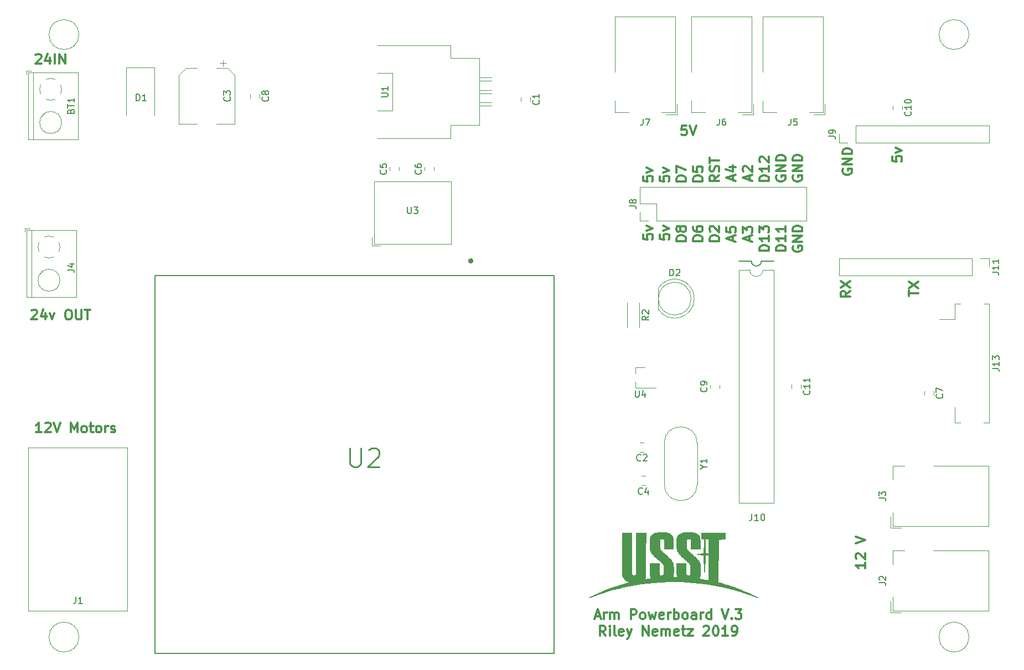
<source format=gbr>
G04 #@! TF.GenerationSoftware,KiCad,Pcbnew,(5.0.0)*
G04 #@! TF.CreationDate,2019-02-09T12:54:46-06:00*
G04 #@! TF.ProjectId,ArmPowerBoardV3,41726D506F776572426F61726456332E,rev?*
G04 #@! TF.SameCoordinates,Original*
G04 #@! TF.FileFunction,Legend,Top*
G04 #@! TF.FilePolarity,Positive*
%FSLAX46Y46*%
G04 Gerber Fmt 4.6, Leading zero omitted, Abs format (unit mm)*
G04 Created by KiCad (PCBNEW (5.0.0)) date 02/09/19 12:54:46*
%MOMM*%
%LPD*%
G01*
G04 APERTURE LIST*
%ADD10C,0.300000*%
%ADD11C,0.200000*%
%ADD12C,0.120000*%
%ADD13C,0.127000*%
%ADD14C,0.400000*%
%ADD15C,0.010000*%
%ADD16C,0.150000*%
%ADD17C,0.240583*%
G04 APERTURE END LIST*
D10*
X108201428Y-124578000D02*
X108915714Y-124578000D01*
X108058571Y-125006571D02*
X108558571Y-123506571D01*
X109058571Y-125006571D01*
X109558571Y-125006571D02*
X109558571Y-124006571D01*
X109558571Y-124292285D02*
X109630000Y-124149428D01*
X109701428Y-124078000D01*
X109844285Y-124006571D01*
X109987142Y-124006571D01*
X110487142Y-125006571D02*
X110487142Y-124006571D01*
X110487142Y-124149428D02*
X110558571Y-124078000D01*
X110701428Y-124006571D01*
X110915714Y-124006571D01*
X111058571Y-124078000D01*
X111130000Y-124220857D01*
X111130000Y-125006571D01*
X111130000Y-124220857D02*
X111201428Y-124078000D01*
X111344285Y-124006571D01*
X111558571Y-124006571D01*
X111701428Y-124078000D01*
X111772857Y-124220857D01*
X111772857Y-125006571D01*
X113630000Y-125006571D02*
X113630000Y-123506571D01*
X114201428Y-123506571D01*
X114344285Y-123578000D01*
X114415714Y-123649428D01*
X114487142Y-123792285D01*
X114487142Y-124006571D01*
X114415714Y-124149428D01*
X114344285Y-124220857D01*
X114201428Y-124292285D01*
X113630000Y-124292285D01*
X115344285Y-125006571D02*
X115201428Y-124935142D01*
X115130000Y-124863714D01*
X115058571Y-124720857D01*
X115058571Y-124292285D01*
X115130000Y-124149428D01*
X115201428Y-124078000D01*
X115344285Y-124006571D01*
X115558571Y-124006571D01*
X115701428Y-124078000D01*
X115772857Y-124149428D01*
X115844285Y-124292285D01*
X115844285Y-124720857D01*
X115772857Y-124863714D01*
X115701428Y-124935142D01*
X115558571Y-125006571D01*
X115344285Y-125006571D01*
X116344285Y-124006571D02*
X116630000Y-125006571D01*
X116915714Y-124292285D01*
X117201428Y-125006571D01*
X117487142Y-124006571D01*
X118630000Y-124935142D02*
X118487142Y-125006571D01*
X118201428Y-125006571D01*
X118058571Y-124935142D01*
X117987142Y-124792285D01*
X117987142Y-124220857D01*
X118058571Y-124078000D01*
X118201428Y-124006571D01*
X118487142Y-124006571D01*
X118630000Y-124078000D01*
X118701428Y-124220857D01*
X118701428Y-124363714D01*
X117987142Y-124506571D01*
X119344285Y-125006571D02*
X119344285Y-124006571D01*
X119344285Y-124292285D02*
X119415714Y-124149428D01*
X119487142Y-124078000D01*
X119630000Y-124006571D01*
X119772857Y-124006571D01*
X120272857Y-125006571D02*
X120272857Y-123506571D01*
X120272857Y-124078000D02*
X120415714Y-124006571D01*
X120701428Y-124006571D01*
X120844285Y-124078000D01*
X120915714Y-124149428D01*
X120987142Y-124292285D01*
X120987142Y-124720857D01*
X120915714Y-124863714D01*
X120844285Y-124935142D01*
X120701428Y-125006571D01*
X120415714Y-125006571D01*
X120272857Y-124935142D01*
X121844285Y-125006571D02*
X121701428Y-124935142D01*
X121630000Y-124863714D01*
X121558571Y-124720857D01*
X121558571Y-124292285D01*
X121630000Y-124149428D01*
X121701428Y-124078000D01*
X121844285Y-124006571D01*
X122058571Y-124006571D01*
X122201428Y-124078000D01*
X122272857Y-124149428D01*
X122344285Y-124292285D01*
X122344285Y-124720857D01*
X122272857Y-124863714D01*
X122201428Y-124935142D01*
X122058571Y-125006571D01*
X121844285Y-125006571D01*
X123630000Y-125006571D02*
X123630000Y-124220857D01*
X123558571Y-124078000D01*
X123415714Y-124006571D01*
X123130000Y-124006571D01*
X122987142Y-124078000D01*
X123630000Y-124935142D02*
X123487142Y-125006571D01*
X123130000Y-125006571D01*
X122987142Y-124935142D01*
X122915714Y-124792285D01*
X122915714Y-124649428D01*
X122987142Y-124506571D01*
X123130000Y-124435142D01*
X123487142Y-124435142D01*
X123630000Y-124363714D01*
X124344285Y-125006571D02*
X124344285Y-124006571D01*
X124344285Y-124292285D02*
X124415714Y-124149428D01*
X124487142Y-124078000D01*
X124630000Y-124006571D01*
X124772857Y-124006571D01*
X125915714Y-125006571D02*
X125915714Y-123506571D01*
X125915714Y-124935142D02*
X125772857Y-125006571D01*
X125487142Y-125006571D01*
X125344285Y-124935142D01*
X125272857Y-124863714D01*
X125201428Y-124720857D01*
X125201428Y-124292285D01*
X125272857Y-124149428D01*
X125344285Y-124078000D01*
X125487142Y-124006571D01*
X125772857Y-124006571D01*
X125915714Y-124078000D01*
X127558571Y-123506571D02*
X128058571Y-125006571D01*
X128558571Y-123506571D01*
X129058571Y-124863714D02*
X129130000Y-124935142D01*
X129058571Y-125006571D01*
X128987142Y-124935142D01*
X129058571Y-124863714D01*
X129058571Y-125006571D01*
X129630000Y-123506571D02*
X130558571Y-123506571D01*
X130058571Y-124078000D01*
X130272857Y-124078000D01*
X130415714Y-124149428D01*
X130487142Y-124220857D01*
X130558571Y-124363714D01*
X130558571Y-124720857D01*
X130487142Y-124863714D01*
X130415714Y-124935142D01*
X130272857Y-125006571D01*
X129844285Y-125006571D01*
X129701428Y-124935142D01*
X129630000Y-124863714D01*
X109772857Y-127556571D02*
X109272857Y-126842285D01*
X108915714Y-127556571D02*
X108915714Y-126056571D01*
X109487142Y-126056571D01*
X109630000Y-126128000D01*
X109701428Y-126199428D01*
X109772857Y-126342285D01*
X109772857Y-126556571D01*
X109701428Y-126699428D01*
X109630000Y-126770857D01*
X109487142Y-126842285D01*
X108915714Y-126842285D01*
X110415714Y-127556571D02*
X110415714Y-126556571D01*
X110415714Y-126056571D02*
X110344285Y-126128000D01*
X110415714Y-126199428D01*
X110487142Y-126128000D01*
X110415714Y-126056571D01*
X110415714Y-126199428D01*
X111344285Y-127556571D02*
X111201428Y-127485142D01*
X111130000Y-127342285D01*
X111130000Y-126056571D01*
X112487142Y-127485142D02*
X112344285Y-127556571D01*
X112058571Y-127556571D01*
X111915714Y-127485142D01*
X111844285Y-127342285D01*
X111844285Y-126770857D01*
X111915714Y-126628000D01*
X112058571Y-126556571D01*
X112344285Y-126556571D01*
X112487142Y-126628000D01*
X112558571Y-126770857D01*
X112558571Y-126913714D01*
X111844285Y-127056571D01*
X113058571Y-126556571D02*
X113415714Y-127556571D01*
X113772857Y-126556571D02*
X113415714Y-127556571D01*
X113272857Y-127913714D01*
X113201428Y-127985142D01*
X113058571Y-128056571D01*
X115487142Y-127556571D02*
X115487142Y-126056571D01*
X116344285Y-127556571D01*
X116344285Y-126056571D01*
X117630000Y-127485142D02*
X117487142Y-127556571D01*
X117201428Y-127556571D01*
X117058571Y-127485142D01*
X116987142Y-127342285D01*
X116987142Y-126770857D01*
X117058571Y-126628000D01*
X117201428Y-126556571D01*
X117487142Y-126556571D01*
X117630000Y-126628000D01*
X117701428Y-126770857D01*
X117701428Y-126913714D01*
X116987142Y-127056571D01*
X118344285Y-127556571D02*
X118344285Y-126556571D01*
X118344285Y-126699428D02*
X118415714Y-126628000D01*
X118558571Y-126556571D01*
X118772857Y-126556571D01*
X118915714Y-126628000D01*
X118987142Y-126770857D01*
X118987142Y-127556571D01*
X118987142Y-126770857D02*
X119058571Y-126628000D01*
X119201428Y-126556571D01*
X119415714Y-126556571D01*
X119558571Y-126628000D01*
X119630000Y-126770857D01*
X119630000Y-127556571D01*
X120915714Y-127485142D02*
X120772857Y-127556571D01*
X120487142Y-127556571D01*
X120344285Y-127485142D01*
X120272857Y-127342285D01*
X120272857Y-126770857D01*
X120344285Y-126628000D01*
X120487142Y-126556571D01*
X120772857Y-126556571D01*
X120915714Y-126628000D01*
X120987142Y-126770857D01*
X120987142Y-126913714D01*
X120272857Y-127056571D01*
X121415714Y-126556571D02*
X121987142Y-126556571D01*
X121630000Y-126056571D02*
X121630000Y-127342285D01*
X121701428Y-127485142D01*
X121844285Y-127556571D01*
X121987142Y-127556571D01*
X122344285Y-126556571D02*
X123130000Y-126556571D01*
X122344285Y-127556571D01*
X123130000Y-127556571D01*
X124772857Y-126199428D02*
X124844285Y-126128000D01*
X124987142Y-126056571D01*
X125344285Y-126056571D01*
X125487142Y-126128000D01*
X125558571Y-126199428D01*
X125630000Y-126342285D01*
X125630000Y-126485142D01*
X125558571Y-126699428D01*
X124701428Y-127556571D01*
X125630000Y-127556571D01*
X126558571Y-126056571D02*
X126701428Y-126056571D01*
X126844285Y-126128000D01*
X126915714Y-126199428D01*
X126987142Y-126342285D01*
X127058571Y-126628000D01*
X127058571Y-126985142D01*
X126987142Y-127270857D01*
X126915714Y-127413714D01*
X126844285Y-127485142D01*
X126701428Y-127556571D01*
X126558571Y-127556571D01*
X126415714Y-127485142D01*
X126344285Y-127413714D01*
X126272857Y-127270857D01*
X126201428Y-126985142D01*
X126201428Y-126628000D01*
X126272857Y-126342285D01*
X126344285Y-126199428D01*
X126415714Y-126128000D01*
X126558571Y-126056571D01*
X128487142Y-127556571D02*
X127630000Y-127556571D01*
X128058571Y-127556571D02*
X128058571Y-126056571D01*
X127915714Y-126270857D01*
X127772857Y-126413714D01*
X127630000Y-126485142D01*
X129201428Y-127556571D02*
X129487142Y-127556571D01*
X129630000Y-127485142D01*
X129701428Y-127413714D01*
X129844285Y-127199428D01*
X129915714Y-126913714D01*
X129915714Y-126342285D01*
X129844285Y-126199428D01*
X129772857Y-126128000D01*
X129630000Y-126056571D01*
X129344285Y-126056571D01*
X129201428Y-126128000D01*
X129130000Y-126199428D01*
X129058571Y-126342285D01*
X129058571Y-126699428D01*
X129130000Y-126842285D01*
X129201428Y-126913714D01*
X129344285Y-126985142D01*
X129630000Y-126985142D01*
X129772857Y-126913714D01*
X129844285Y-126842285D01*
X129915714Y-126699428D01*
D11*
X133604000Y-70231000D02*
X135509000Y-70231000D01*
X130175000Y-70231000D02*
X130302000Y-70231000D01*
X132080000Y-70231000D02*
X130175000Y-70231000D01*
X133604000Y-70231000D02*
G75*
G02X132080000Y-70231000I-762000J0D01*
G01*
D10*
X134790571Y-68623428D02*
X133290571Y-68623428D01*
X133290571Y-68266285D01*
X133362000Y-68052000D01*
X133504857Y-67909142D01*
X133647714Y-67837714D01*
X133933428Y-67766285D01*
X134147714Y-67766285D01*
X134433428Y-67837714D01*
X134576285Y-67909142D01*
X134719142Y-68052000D01*
X134790571Y-68266285D01*
X134790571Y-68623428D01*
X134790571Y-66337714D02*
X134790571Y-67194857D01*
X134790571Y-66766285D02*
X133290571Y-66766285D01*
X133504857Y-66909142D01*
X133647714Y-67052000D01*
X133719142Y-67194857D01*
X133290571Y-65837714D02*
X133290571Y-64909142D01*
X133862000Y-65409142D01*
X133862000Y-65194857D01*
X133933428Y-65052000D01*
X134004857Y-64980571D01*
X134147714Y-64909142D01*
X134504857Y-64909142D01*
X134647714Y-64980571D01*
X134719142Y-65052000D01*
X134790571Y-65194857D01*
X134790571Y-65623428D01*
X134719142Y-65766285D01*
X134647714Y-65837714D01*
X134790571Y-57955428D02*
X133290571Y-57955428D01*
X133290571Y-57598285D01*
X133362000Y-57384000D01*
X133504857Y-57241142D01*
X133647714Y-57169714D01*
X133933428Y-57098285D01*
X134147714Y-57098285D01*
X134433428Y-57169714D01*
X134576285Y-57241142D01*
X134719142Y-57384000D01*
X134790571Y-57598285D01*
X134790571Y-57955428D01*
X134790571Y-55669714D02*
X134790571Y-56526857D01*
X134790571Y-56098285D02*
X133290571Y-56098285D01*
X133504857Y-56241142D01*
X133647714Y-56384000D01*
X133719142Y-56526857D01*
X133433428Y-55098285D02*
X133362000Y-55026857D01*
X133290571Y-54884000D01*
X133290571Y-54526857D01*
X133362000Y-54384000D01*
X133433428Y-54312571D01*
X133576285Y-54241142D01*
X133719142Y-54241142D01*
X133933428Y-54312571D01*
X134790571Y-55169714D01*
X134790571Y-54241142D01*
X137330571Y-68623428D02*
X135830571Y-68623428D01*
X135830571Y-68266285D01*
X135902000Y-68052000D01*
X136044857Y-67909142D01*
X136187714Y-67837714D01*
X136473428Y-67766285D01*
X136687714Y-67766285D01*
X136973428Y-67837714D01*
X137116285Y-67909142D01*
X137259142Y-68052000D01*
X137330571Y-68266285D01*
X137330571Y-68623428D01*
X137330571Y-66337714D02*
X137330571Y-67194857D01*
X137330571Y-66766285D02*
X135830571Y-66766285D01*
X136044857Y-66909142D01*
X136187714Y-67052000D01*
X136259142Y-67194857D01*
X137330571Y-64909142D02*
X137330571Y-65766285D01*
X137330571Y-65337714D02*
X135830571Y-65337714D01*
X136044857Y-65480571D01*
X136187714Y-65623428D01*
X136259142Y-65766285D01*
X131822000Y-57840428D02*
X131822000Y-57126142D01*
X132250571Y-57983285D02*
X130750571Y-57483285D01*
X132250571Y-56983285D01*
X130893428Y-56554714D02*
X130822000Y-56483285D01*
X130750571Y-56340428D01*
X130750571Y-55983285D01*
X130822000Y-55840428D01*
X130893428Y-55769000D01*
X131036285Y-55697571D01*
X131179142Y-55697571D01*
X131393428Y-55769000D01*
X132250571Y-56626142D01*
X132250571Y-55697571D01*
X131822000Y-67111428D02*
X131822000Y-66397142D01*
X132250571Y-67254285D02*
X130750571Y-66754285D01*
X132250571Y-66254285D01*
X130750571Y-65897142D02*
X130750571Y-64968571D01*
X131322000Y-65468571D01*
X131322000Y-65254285D01*
X131393428Y-65111428D01*
X131464857Y-65040000D01*
X131607714Y-64968571D01*
X131964857Y-64968571D01*
X132107714Y-65040000D01*
X132179142Y-65111428D01*
X132250571Y-65254285D01*
X132250571Y-65682857D01*
X132179142Y-65825714D01*
X132107714Y-65897142D01*
X129282000Y-57840428D02*
X129282000Y-57126142D01*
X129710571Y-57983285D02*
X128210571Y-57483285D01*
X129710571Y-56983285D01*
X128710571Y-55840428D02*
X129710571Y-55840428D01*
X128139142Y-56197571D02*
X129210571Y-56554714D01*
X129210571Y-55626142D01*
X129282000Y-67111428D02*
X129282000Y-66397142D01*
X129710571Y-67254285D02*
X128210571Y-66754285D01*
X129710571Y-66254285D01*
X128210571Y-65040000D02*
X128210571Y-65754285D01*
X128924857Y-65825714D01*
X128853428Y-65754285D01*
X128782000Y-65611428D01*
X128782000Y-65254285D01*
X128853428Y-65111428D01*
X128924857Y-65040000D01*
X129067714Y-64968571D01*
X129424857Y-64968571D01*
X129567714Y-65040000D01*
X129639142Y-65111428D01*
X129710571Y-65254285D01*
X129710571Y-65611428D01*
X129639142Y-65754285D01*
X129567714Y-65825714D01*
X122090571Y-67147142D02*
X120590571Y-67147142D01*
X120590571Y-66790000D01*
X120662000Y-66575714D01*
X120804857Y-66432857D01*
X120947714Y-66361428D01*
X121233428Y-66290000D01*
X121447714Y-66290000D01*
X121733428Y-66361428D01*
X121876285Y-66432857D01*
X122019142Y-66575714D01*
X122090571Y-66790000D01*
X122090571Y-67147142D01*
X121233428Y-65432857D02*
X121162000Y-65575714D01*
X121090571Y-65647142D01*
X120947714Y-65718571D01*
X120876285Y-65718571D01*
X120733428Y-65647142D01*
X120662000Y-65575714D01*
X120590571Y-65432857D01*
X120590571Y-65147142D01*
X120662000Y-65004285D01*
X120733428Y-64932857D01*
X120876285Y-64861428D01*
X120947714Y-64861428D01*
X121090571Y-64932857D01*
X121162000Y-65004285D01*
X121233428Y-65147142D01*
X121233428Y-65432857D01*
X121304857Y-65575714D01*
X121376285Y-65647142D01*
X121519142Y-65718571D01*
X121804857Y-65718571D01*
X121947714Y-65647142D01*
X122019142Y-65575714D01*
X122090571Y-65432857D01*
X122090571Y-65147142D01*
X122019142Y-65004285D01*
X121947714Y-64932857D01*
X121804857Y-64861428D01*
X121519142Y-64861428D01*
X121376285Y-64932857D01*
X121304857Y-65004285D01*
X121233428Y-65147142D01*
X122090571Y-58003142D02*
X120590571Y-58003142D01*
X120590571Y-57646000D01*
X120662000Y-57431714D01*
X120804857Y-57288857D01*
X120947714Y-57217428D01*
X121233428Y-57146000D01*
X121447714Y-57146000D01*
X121733428Y-57217428D01*
X121876285Y-57288857D01*
X122019142Y-57431714D01*
X122090571Y-57646000D01*
X122090571Y-58003142D01*
X120590571Y-56646000D02*
X120590571Y-55646000D01*
X122090571Y-56288857D01*
X124630571Y-67147142D02*
X123130571Y-67147142D01*
X123130571Y-66790000D01*
X123202000Y-66575714D01*
X123344857Y-66432857D01*
X123487714Y-66361428D01*
X123773428Y-66290000D01*
X123987714Y-66290000D01*
X124273428Y-66361428D01*
X124416285Y-66432857D01*
X124559142Y-66575714D01*
X124630571Y-66790000D01*
X124630571Y-67147142D01*
X123130571Y-65004285D02*
X123130571Y-65290000D01*
X123202000Y-65432857D01*
X123273428Y-65504285D01*
X123487714Y-65647142D01*
X123773428Y-65718571D01*
X124344857Y-65718571D01*
X124487714Y-65647142D01*
X124559142Y-65575714D01*
X124630571Y-65432857D01*
X124630571Y-65147142D01*
X124559142Y-65004285D01*
X124487714Y-64932857D01*
X124344857Y-64861428D01*
X123987714Y-64861428D01*
X123844857Y-64932857D01*
X123773428Y-65004285D01*
X123702000Y-65147142D01*
X123702000Y-65432857D01*
X123773428Y-65575714D01*
X123844857Y-65647142D01*
X123987714Y-65718571D01*
X124630571Y-58003142D02*
X123130571Y-58003142D01*
X123130571Y-57646000D01*
X123202000Y-57431714D01*
X123344857Y-57288857D01*
X123487714Y-57217428D01*
X123773428Y-57146000D01*
X123987714Y-57146000D01*
X124273428Y-57217428D01*
X124416285Y-57288857D01*
X124559142Y-57431714D01*
X124630571Y-57646000D01*
X124630571Y-58003142D01*
X123130571Y-55788857D02*
X123130571Y-56503142D01*
X123844857Y-56574571D01*
X123773428Y-56503142D01*
X123702000Y-56360285D01*
X123702000Y-56003142D01*
X123773428Y-55860285D01*
X123844857Y-55788857D01*
X123987714Y-55717428D01*
X124344857Y-55717428D01*
X124487714Y-55788857D01*
X124559142Y-55860285D01*
X124630571Y-56003142D01*
X124630571Y-56360285D01*
X124559142Y-56503142D01*
X124487714Y-56574571D01*
X127170571Y-67147142D02*
X125670571Y-67147142D01*
X125670571Y-66790000D01*
X125742000Y-66575714D01*
X125884857Y-66432857D01*
X126027714Y-66361428D01*
X126313428Y-66290000D01*
X126527714Y-66290000D01*
X126813428Y-66361428D01*
X126956285Y-66432857D01*
X127099142Y-66575714D01*
X127170571Y-66790000D01*
X127170571Y-67147142D01*
X125813428Y-65718571D02*
X125742000Y-65647142D01*
X125670571Y-65504285D01*
X125670571Y-65147142D01*
X125742000Y-65004285D01*
X125813428Y-64932857D01*
X125956285Y-64861428D01*
X126099142Y-64861428D01*
X126313428Y-64932857D01*
X127170571Y-65790000D01*
X127170571Y-64861428D01*
X127170571Y-57082428D02*
X126456285Y-57582428D01*
X127170571Y-57939571D02*
X125670571Y-57939571D01*
X125670571Y-57368142D01*
X125742000Y-57225285D01*
X125813428Y-57153857D01*
X125956285Y-57082428D01*
X126170571Y-57082428D01*
X126313428Y-57153857D01*
X126384857Y-57225285D01*
X126456285Y-57368142D01*
X126456285Y-57939571D01*
X127099142Y-56511000D02*
X127170571Y-56296714D01*
X127170571Y-55939571D01*
X127099142Y-55796714D01*
X127027714Y-55725285D01*
X126884857Y-55653857D01*
X126742000Y-55653857D01*
X126599142Y-55725285D01*
X126527714Y-55796714D01*
X126456285Y-55939571D01*
X126384857Y-56225285D01*
X126313428Y-56368142D01*
X126242000Y-56439571D01*
X126099142Y-56511000D01*
X125956285Y-56511000D01*
X125813428Y-56439571D01*
X125742000Y-56368142D01*
X125670571Y-56225285D01*
X125670571Y-55868142D01*
X125742000Y-55653857D01*
X125670571Y-55225285D02*
X125670571Y-54368142D01*
X127170571Y-54796714D02*
X125670571Y-54796714D01*
X118050571Y-57237285D02*
X118050571Y-57951571D01*
X118764857Y-58023000D01*
X118693428Y-57951571D01*
X118622000Y-57808714D01*
X118622000Y-57451571D01*
X118693428Y-57308714D01*
X118764857Y-57237285D01*
X118907714Y-57165857D01*
X119264857Y-57165857D01*
X119407714Y-57237285D01*
X119479142Y-57308714D01*
X119550571Y-57451571D01*
X119550571Y-57808714D01*
X119479142Y-57951571D01*
X119407714Y-58023000D01*
X118550571Y-56665857D02*
X119550571Y-56308714D01*
X118550571Y-55951571D01*
X115510571Y-57237285D02*
X115510571Y-57951571D01*
X116224857Y-58023000D01*
X116153428Y-57951571D01*
X116082000Y-57808714D01*
X116082000Y-57451571D01*
X116153428Y-57308714D01*
X116224857Y-57237285D01*
X116367714Y-57165857D01*
X116724857Y-57165857D01*
X116867714Y-57237285D01*
X116939142Y-57308714D01*
X117010571Y-57451571D01*
X117010571Y-57808714D01*
X116939142Y-57951571D01*
X116867714Y-58023000D01*
X116010571Y-56665857D02*
X117010571Y-56308714D01*
X116010571Y-55951571D01*
X115510571Y-66127285D02*
X115510571Y-66841571D01*
X116224857Y-66913000D01*
X116153428Y-66841571D01*
X116082000Y-66698714D01*
X116082000Y-66341571D01*
X116153428Y-66198714D01*
X116224857Y-66127285D01*
X116367714Y-66055857D01*
X116724857Y-66055857D01*
X116867714Y-66127285D01*
X116939142Y-66198714D01*
X117010571Y-66341571D01*
X117010571Y-66698714D01*
X116939142Y-66841571D01*
X116867714Y-66913000D01*
X116010571Y-65555857D02*
X117010571Y-65198714D01*
X116010571Y-64841571D01*
X135902000Y-57149857D02*
X135830571Y-57292714D01*
X135830571Y-57507000D01*
X135902000Y-57721285D01*
X136044857Y-57864142D01*
X136187714Y-57935571D01*
X136473428Y-58007000D01*
X136687714Y-58007000D01*
X136973428Y-57935571D01*
X137116285Y-57864142D01*
X137259142Y-57721285D01*
X137330571Y-57507000D01*
X137330571Y-57364142D01*
X137259142Y-57149857D01*
X137187714Y-57078428D01*
X136687714Y-57078428D01*
X136687714Y-57364142D01*
X137330571Y-56435571D02*
X135830571Y-56435571D01*
X137330571Y-55578428D01*
X135830571Y-55578428D01*
X137330571Y-54864142D02*
X135830571Y-54864142D01*
X135830571Y-54507000D01*
X135902000Y-54292714D01*
X136044857Y-54149857D01*
X136187714Y-54078428D01*
X136473428Y-54007000D01*
X136687714Y-54007000D01*
X136973428Y-54078428D01*
X137116285Y-54149857D01*
X137259142Y-54292714D01*
X137330571Y-54507000D01*
X137330571Y-54864142D01*
X138442000Y-57149857D02*
X138370571Y-57292714D01*
X138370571Y-57507000D01*
X138442000Y-57721285D01*
X138584857Y-57864142D01*
X138727714Y-57935571D01*
X139013428Y-58007000D01*
X139227714Y-58007000D01*
X139513428Y-57935571D01*
X139656285Y-57864142D01*
X139799142Y-57721285D01*
X139870571Y-57507000D01*
X139870571Y-57364142D01*
X139799142Y-57149857D01*
X139727714Y-57078428D01*
X139227714Y-57078428D01*
X139227714Y-57364142D01*
X139870571Y-56435571D02*
X138370571Y-56435571D01*
X139870571Y-55578428D01*
X138370571Y-55578428D01*
X139870571Y-54864142D02*
X138370571Y-54864142D01*
X138370571Y-54507000D01*
X138442000Y-54292714D01*
X138584857Y-54149857D01*
X138727714Y-54078428D01*
X139013428Y-54007000D01*
X139227714Y-54007000D01*
X139513428Y-54078428D01*
X139656285Y-54149857D01*
X139799142Y-54292714D01*
X139870571Y-54507000D01*
X139870571Y-54864142D01*
X138442000Y-67944857D02*
X138370571Y-68087714D01*
X138370571Y-68302000D01*
X138442000Y-68516285D01*
X138584857Y-68659142D01*
X138727714Y-68730571D01*
X139013428Y-68802000D01*
X139227714Y-68802000D01*
X139513428Y-68730571D01*
X139656285Y-68659142D01*
X139799142Y-68516285D01*
X139870571Y-68302000D01*
X139870571Y-68159142D01*
X139799142Y-67944857D01*
X139727714Y-67873428D01*
X139227714Y-67873428D01*
X139227714Y-68159142D01*
X139870571Y-67230571D02*
X138370571Y-67230571D01*
X139870571Y-66373428D01*
X138370571Y-66373428D01*
X139870571Y-65659142D02*
X138370571Y-65659142D01*
X138370571Y-65302000D01*
X138442000Y-65087714D01*
X138584857Y-64944857D01*
X138727714Y-64873428D01*
X139013428Y-64802000D01*
X139227714Y-64802000D01*
X139513428Y-64873428D01*
X139656285Y-64944857D01*
X139799142Y-65087714D01*
X139870571Y-65302000D01*
X139870571Y-65659142D01*
X118050571Y-66127285D02*
X118050571Y-66841571D01*
X118764857Y-66913000D01*
X118693428Y-66841571D01*
X118622000Y-66698714D01*
X118622000Y-66341571D01*
X118693428Y-66198714D01*
X118764857Y-66127285D01*
X118907714Y-66055857D01*
X119264857Y-66055857D01*
X119407714Y-66127285D01*
X119479142Y-66198714D01*
X119550571Y-66341571D01*
X119550571Y-66698714D01*
X119479142Y-66841571D01*
X119407714Y-66913000D01*
X118550571Y-65555857D02*
X119550571Y-65198714D01*
X118550571Y-64841571D01*
X153610571Y-54189285D02*
X153610571Y-54903571D01*
X154324857Y-54975000D01*
X154253428Y-54903571D01*
X154182000Y-54760714D01*
X154182000Y-54403571D01*
X154253428Y-54260714D01*
X154324857Y-54189285D01*
X154467714Y-54117857D01*
X154824857Y-54117857D01*
X154967714Y-54189285D01*
X155039142Y-54260714D01*
X155110571Y-54403571D01*
X155110571Y-54760714D01*
X155039142Y-54903571D01*
X154967714Y-54975000D01*
X154110571Y-53617857D02*
X155110571Y-53260714D01*
X154110571Y-52903571D01*
X146062000Y-56133857D02*
X145990571Y-56276714D01*
X145990571Y-56491000D01*
X146062000Y-56705285D01*
X146204857Y-56848142D01*
X146347714Y-56919571D01*
X146633428Y-56991000D01*
X146847714Y-56991000D01*
X147133428Y-56919571D01*
X147276285Y-56848142D01*
X147419142Y-56705285D01*
X147490571Y-56491000D01*
X147490571Y-56348142D01*
X147419142Y-56133857D01*
X147347714Y-56062428D01*
X146847714Y-56062428D01*
X146847714Y-56348142D01*
X147490571Y-55419571D02*
X145990571Y-55419571D01*
X147490571Y-54562428D01*
X145990571Y-54562428D01*
X147490571Y-53848142D02*
X145990571Y-53848142D01*
X145990571Y-53491000D01*
X146062000Y-53276714D01*
X146204857Y-53133857D01*
X146347714Y-53062428D01*
X146633428Y-52991000D01*
X146847714Y-52991000D01*
X147133428Y-53062428D01*
X147276285Y-53133857D01*
X147419142Y-53276714D01*
X147490571Y-53491000D01*
X147490571Y-53848142D01*
X156150571Y-75564857D02*
X156150571Y-74707714D01*
X157650571Y-75136285D02*
X156150571Y-75136285D01*
X156150571Y-74350571D02*
X157650571Y-73350571D01*
X156150571Y-73350571D02*
X157650571Y-74350571D01*
X147236571Y-74799000D02*
X146522285Y-75299000D01*
X147236571Y-75656142D02*
X145736571Y-75656142D01*
X145736571Y-75084714D01*
X145808000Y-74941857D01*
X145879428Y-74870428D01*
X146022285Y-74799000D01*
X146236571Y-74799000D01*
X146379428Y-74870428D01*
X146450857Y-74941857D01*
X146522285Y-75084714D01*
X146522285Y-75656142D01*
X145736571Y-74299000D02*
X147236571Y-73299000D01*
X145736571Y-73299000D02*
X147236571Y-74299000D01*
X21987428Y-77807428D02*
X22058857Y-77736000D01*
X22201714Y-77664571D01*
X22558857Y-77664571D01*
X22701714Y-77736000D01*
X22773142Y-77807428D01*
X22844571Y-77950285D01*
X22844571Y-78093142D01*
X22773142Y-78307428D01*
X21915999Y-79164571D01*
X22844571Y-79164571D01*
X24130285Y-78164571D02*
X24130285Y-79164571D01*
X23773142Y-77593142D02*
X23415999Y-78664571D01*
X24344571Y-78664571D01*
X24773142Y-78164571D02*
X25130285Y-79164571D01*
X25487428Y-78164571D01*
X27487428Y-77664571D02*
X27773142Y-77664571D01*
X27915999Y-77736000D01*
X28058857Y-77878857D01*
X28130285Y-78164571D01*
X28130285Y-78664571D01*
X28058857Y-78950285D01*
X27915999Y-79093142D01*
X27773142Y-79164571D01*
X27487428Y-79164571D01*
X27344571Y-79093142D01*
X27201714Y-78950285D01*
X27130285Y-78664571D01*
X27130285Y-78164571D01*
X27201714Y-77878857D01*
X27344571Y-77736000D01*
X27487428Y-77664571D01*
X28773142Y-77664571D02*
X28773142Y-78878857D01*
X28844571Y-79021714D01*
X28915999Y-79093142D01*
X29058857Y-79164571D01*
X29344571Y-79164571D01*
X29487428Y-79093142D01*
X29558857Y-79021714D01*
X29630285Y-78878857D01*
X29630285Y-77664571D01*
X30130285Y-77664571D02*
X30987428Y-77664571D01*
X30558857Y-79164571D02*
X30558857Y-77664571D01*
X23487714Y-96436571D02*
X22630571Y-96436571D01*
X23059142Y-96436571D02*
X23059142Y-94936571D01*
X22916285Y-95150857D01*
X22773428Y-95293714D01*
X22630571Y-95365142D01*
X24059142Y-95079428D02*
X24130571Y-95008000D01*
X24273428Y-94936571D01*
X24630571Y-94936571D01*
X24773428Y-95008000D01*
X24844857Y-95079428D01*
X24916285Y-95222285D01*
X24916285Y-95365142D01*
X24844857Y-95579428D01*
X23987714Y-96436571D01*
X24916285Y-96436571D01*
X25344857Y-94936571D02*
X25844857Y-96436571D01*
X26344857Y-94936571D01*
X27987714Y-96436571D02*
X27987714Y-94936571D01*
X28487714Y-96008000D01*
X28987714Y-94936571D01*
X28987714Y-96436571D01*
X29916285Y-96436571D02*
X29773428Y-96365142D01*
X29702000Y-96293714D01*
X29630571Y-96150857D01*
X29630571Y-95722285D01*
X29702000Y-95579428D01*
X29773428Y-95508000D01*
X29916285Y-95436571D01*
X30130571Y-95436571D01*
X30273428Y-95508000D01*
X30344857Y-95579428D01*
X30416285Y-95722285D01*
X30416285Y-96150857D01*
X30344857Y-96293714D01*
X30273428Y-96365142D01*
X30130571Y-96436571D01*
X29916285Y-96436571D01*
X30844857Y-95436571D02*
X31416285Y-95436571D01*
X31059142Y-94936571D02*
X31059142Y-96222285D01*
X31130571Y-96365142D01*
X31273428Y-96436571D01*
X31416285Y-96436571D01*
X32130571Y-96436571D02*
X31987714Y-96365142D01*
X31916285Y-96293714D01*
X31844857Y-96150857D01*
X31844857Y-95722285D01*
X31916285Y-95579428D01*
X31987714Y-95508000D01*
X32130571Y-95436571D01*
X32344857Y-95436571D01*
X32487714Y-95508000D01*
X32559142Y-95579428D01*
X32630571Y-95722285D01*
X32630571Y-96150857D01*
X32559142Y-96293714D01*
X32487714Y-96365142D01*
X32344857Y-96436571D01*
X32130571Y-96436571D01*
X33273428Y-96436571D02*
X33273428Y-95436571D01*
X33273428Y-95722285D02*
X33344857Y-95579428D01*
X33416285Y-95508000D01*
X33559142Y-95436571D01*
X33702000Y-95436571D01*
X34130571Y-96365142D02*
X34273428Y-96436571D01*
X34559142Y-96436571D01*
X34702000Y-96365142D01*
X34773428Y-96222285D01*
X34773428Y-96150857D01*
X34702000Y-96008000D01*
X34559142Y-95936571D01*
X34344857Y-95936571D01*
X34202000Y-95865142D01*
X34130571Y-95722285D01*
X34130571Y-95650857D01*
X34202000Y-95508000D01*
X34344857Y-95436571D01*
X34559142Y-95436571D01*
X34702000Y-95508000D01*
X22606285Y-38691428D02*
X22677714Y-38620000D01*
X22820571Y-38548571D01*
X23177714Y-38548571D01*
X23320571Y-38620000D01*
X23392000Y-38691428D01*
X23463428Y-38834285D01*
X23463428Y-38977142D01*
X23392000Y-39191428D01*
X22534857Y-40048571D01*
X23463428Y-40048571D01*
X24749142Y-39048571D02*
X24749142Y-40048571D01*
X24392000Y-38477142D02*
X24034857Y-39548571D01*
X24963428Y-39548571D01*
X25534857Y-40048571D02*
X25534857Y-38548571D01*
X26249142Y-40048571D02*
X26249142Y-38548571D01*
X27106285Y-40048571D01*
X27106285Y-38548571D01*
X122142285Y-49470571D02*
X121428000Y-49470571D01*
X121356571Y-50184857D01*
X121428000Y-50113428D01*
X121570857Y-50042000D01*
X121928000Y-50042000D01*
X122070857Y-50113428D01*
X122142285Y-50184857D01*
X122213714Y-50327714D01*
X122213714Y-50684857D01*
X122142285Y-50827714D01*
X122070857Y-50899142D01*
X121928000Y-50970571D01*
X121570857Y-50970571D01*
X121428000Y-50899142D01*
X121356571Y-50827714D01*
X122642285Y-49470571D02*
X123142285Y-50970571D01*
X123642285Y-49470571D01*
X149522571Y-116371428D02*
X149522571Y-117228571D01*
X149522571Y-116800000D02*
X148022571Y-116800000D01*
X148236857Y-116942857D01*
X148379714Y-117085714D01*
X148451142Y-117228571D01*
X148165428Y-115800000D02*
X148094000Y-115728571D01*
X148022571Y-115585714D01*
X148022571Y-115228571D01*
X148094000Y-115085714D01*
X148165428Y-115014285D01*
X148308285Y-114942857D01*
X148451142Y-114942857D01*
X148665428Y-115014285D01*
X149522571Y-115871428D01*
X149522571Y-114942857D01*
X148022571Y-113371428D02*
X149522571Y-112871428D01*
X148022571Y-112371428D01*
D12*
G04 #@! TO.C,REF\002A\002A*
X29210000Y-35560000D02*
G75*
G03X29210000Y-35560000I-2286000J0D01*
G01*
X29210000Y-127762000D02*
G75*
G03X29210000Y-127762000I-2286000J0D01*
G01*
X165354000Y-127762000D02*
G75*
G03X165354000Y-127762000I-2286000J0D01*
G01*
G04 #@! TO.C,J10*
X133842000Y-71568000D02*
G75*
G02X131842000Y-71568000I-1000000J0D01*
G01*
X131842000Y-71568000D02*
X130192000Y-71568000D01*
X130192000Y-71568000D02*
X130192000Y-107248000D01*
X130192000Y-107248000D02*
X135492000Y-107248000D01*
X135492000Y-107248000D02*
X135492000Y-71568000D01*
X135492000Y-71568000D02*
X133842000Y-71568000D01*
G04 #@! TO.C,C1*
X98246000Y-45204748D02*
X98246000Y-45727252D01*
X96826000Y-45204748D02*
X96826000Y-45727252D01*
G04 #@! TO.C,C3*
X44508000Y-49218000D02*
X47258000Y-49218000D01*
X53028000Y-49218000D02*
X50278000Y-49218000D01*
X53028000Y-41762437D02*
X53028000Y-49218000D01*
X44508000Y-41762437D02*
X44508000Y-49218000D01*
X45572437Y-40698000D02*
X47258000Y-40698000D01*
X51963563Y-40698000D02*
X50278000Y-40698000D01*
X51963563Y-40698000D02*
X53028000Y-41762437D01*
X45572437Y-40698000D02*
X44508000Y-41762437D01*
X51278000Y-39458000D02*
X51278000Y-40458000D01*
X51778000Y-39958000D02*
X50778000Y-39958000D01*
G04 #@! TO.C,D1*
X40758000Y-40612000D02*
X36458000Y-40612000D01*
X36458000Y-40612000D02*
X36458000Y-47912000D01*
X40758000Y-40612000D02*
X40758000Y-47912000D01*
G04 #@! TO.C,D2*
X117794059Y-74423813D02*
X117794059Y-77513813D01*
X122854059Y-75968813D02*
G75*
G03X122854059Y-75968813I-2500000J0D01*
G01*
X123344059Y-75969275D02*
G75*
G03X117794059Y-74423983I-2990000J462D01*
G01*
X123344059Y-75968351D02*
G75*
G02X117794059Y-77513643I-2990000J-462D01*
G01*
G04 #@! TO.C,J1*
X36646000Y-98758000D02*
X36646000Y-123738000D01*
X21446000Y-98738000D02*
X21446000Y-123738000D01*
X36646000Y-98738000D02*
X21446000Y-98738000D01*
X36646000Y-123778000D02*
X21446000Y-123778000D01*
G04 #@! TO.C,J4*
X23103244Y-68755318D02*
G75*
G02X22958000Y-68072000I1534756J683318D01*
G01*
X25321042Y-69607426D02*
G75*
G02X23954000Y-69607000I-683042J1535426D01*
G01*
X26173426Y-67388958D02*
G75*
G02X26173000Y-68756000I-1535426J-683042D01*
G01*
X23954958Y-66536574D02*
G75*
G02X25322000Y-66537000I683042J-1535426D01*
G01*
X22957747Y-68100805D02*
G75*
G02X23103000Y-67388000I1680253J28805D01*
G01*
X26318000Y-73152000D02*
G75*
G03X26318000Y-73152000I-1680000J0D01*
G01*
X21938000Y-65472000D02*
X21938000Y-75752000D01*
X28838000Y-65472000D02*
X28838000Y-75752000D01*
X21238000Y-65472000D02*
X21238000Y-75752000D01*
X28838000Y-65472000D02*
X21238000Y-65472000D01*
X28838000Y-75772000D02*
X21238000Y-75772000D01*
X25707000Y-74427000D02*
X25661000Y-74380000D01*
X23399000Y-72118000D02*
X23364000Y-72083000D01*
X25913000Y-74222000D02*
X25877000Y-74187000D01*
X23615000Y-71925000D02*
X23569000Y-71878000D01*
X21678000Y-65232000D02*
X20938000Y-65232000D01*
X20938000Y-65232000D02*
X20938000Y-65732000D01*
G04 #@! TO.C,J9*
X168462000Y-52130000D02*
X168462000Y-49470000D01*
X148082000Y-52130000D02*
X168462000Y-52130000D01*
X148082000Y-49470000D02*
X168462000Y-49470000D01*
X148082000Y-52130000D02*
X148082000Y-49470000D01*
X146812000Y-52130000D02*
X145482000Y-52130000D01*
X145482000Y-52130000D02*
X145482000Y-50800000D01*
G04 #@! TO.C,J11*
X168462000Y-69790000D02*
X168462000Y-71120000D01*
X167132000Y-69790000D02*
X168462000Y-69790000D01*
X165862000Y-69790000D02*
X165862000Y-72450000D01*
X165862000Y-72450000D02*
X145482000Y-72450000D01*
X165862000Y-69790000D02*
X145482000Y-69790000D01*
X145482000Y-69790000D02*
X145482000Y-72450000D01*
G04 #@! TO.C,J13*
X164074000Y-76767000D02*
X163224000Y-76767000D01*
X163224000Y-76767000D02*
X163224000Y-79092000D01*
X163224000Y-79092000D02*
X160834000Y-79092000D01*
X164074000Y-94937000D02*
X163224000Y-94937000D01*
X163224000Y-94937000D02*
X163224000Y-92612000D01*
X167594000Y-76767000D02*
X168444000Y-76767000D01*
X168444000Y-76767000D02*
X168444000Y-94937000D01*
X168444000Y-94937000D02*
X167594000Y-94937000D01*
G04 #@! TO.C,R2*
X114924059Y-76588813D02*
X114924059Y-80428813D01*
X113084059Y-76588813D02*
X113084059Y-80428813D01*
G04 #@! TO.C,U1*
X86038000Y-37198000D02*
X74918000Y-37198000D01*
X86038000Y-51438000D02*
X74918000Y-51438000D01*
X86038000Y-39198000D02*
X86038000Y-37198000D01*
X86038000Y-49438000D02*
X86038000Y-51438000D01*
X77198000Y-41438000D02*
X74918000Y-41438000D01*
X77198000Y-47198000D02*
X74918000Y-47198000D01*
X77198000Y-47198000D02*
X77198000Y-41438000D01*
X90438000Y-39198000D02*
X90438000Y-49438000D01*
X90438000Y-49438000D02*
X86038000Y-49438000D01*
X90438000Y-39198000D02*
X86038000Y-39198000D01*
X90438000Y-42663000D02*
X92318000Y-42663000D01*
X90438000Y-44573000D02*
X92318000Y-44573000D01*
X90438000Y-46483000D02*
X92318000Y-46483000D01*
X90438000Y-45973000D02*
X92318000Y-45973000D01*
X90438000Y-44063000D02*
X92318000Y-44063000D01*
X90438000Y-42153000D02*
X92318000Y-42153000D01*
D13*
G04 #@! TO.C,U2*
X101874000Y-130296000D02*
X40874000Y-130296000D01*
X40874000Y-130296000D02*
X40874000Y-72396000D01*
X101874000Y-72396000D02*
X101874000Y-130296000D01*
X40874000Y-72396000D02*
X101874000Y-72396000D01*
D14*
X89354000Y-70196000D02*
G75*
G03X89354000Y-70196000I-200000J0D01*
G01*
D12*
G04 #@! TO.C,U4*
X114326000Y-86492000D02*
X114326000Y-87422000D01*
X114326000Y-89652000D02*
X114326000Y-88722000D01*
X114326000Y-89652000D02*
X117486000Y-89652000D01*
X114326000Y-86492000D02*
X115786000Y-86492000D01*
G04 #@! TO.C,Y1*
X123793574Y-98110540D02*
X123793574Y-104360540D01*
X118743574Y-98110540D02*
X118743574Y-104360540D01*
X118743574Y-98110540D02*
G75*
G02X123793574Y-98110540I2525000J0D01*
G01*
X118743574Y-104360540D02*
G75*
G03X123793574Y-104360540I2525000J0D01*
G01*
G04 #@! TO.C,BT1*
X23357244Y-44625318D02*
G75*
G02X23212000Y-43942000I1534756J683318D01*
G01*
X25575042Y-45477426D02*
G75*
G02X24208000Y-45477000I-683042J1535426D01*
G01*
X26427426Y-43258958D02*
G75*
G02X26427000Y-44626000I-1535426J-683042D01*
G01*
X24208958Y-42406574D02*
G75*
G02X25576000Y-42407000I683042J-1535426D01*
G01*
X23211747Y-43970805D02*
G75*
G02X23357000Y-43258000I1680253J28805D01*
G01*
X26572000Y-49022000D02*
G75*
G03X26572000Y-49022000I-1680000J0D01*
G01*
X22192000Y-41342000D02*
X22192000Y-51622000D01*
X29092000Y-41342000D02*
X29092000Y-51622000D01*
X21492000Y-41342000D02*
X21492000Y-51622000D01*
X29092000Y-41342000D02*
X21492000Y-41342000D01*
X29092000Y-51642000D02*
X21492000Y-51642000D01*
X25961000Y-50297000D02*
X25915000Y-50250000D01*
X23653000Y-47988000D02*
X23618000Y-47953000D01*
X26167000Y-50092000D02*
X26131000Y-50057000D01*
X23869000Y-47795000D02*
X23823000Y-47748000D01*
X21932000Y-41102000D02*
X21192000Y-41102000D01*
X21192000Y-41102000D02*
X21192000Y-41602000D01*
G04 #@! TO.C,C5*
X76760000Y-56386252D02*
X76760000Y-55863748D01*
X78180000Y-56386252D02*
X78180000Y-55863748D01*
G04 #@! TO.C,C6*
X83514000Y-56386252D02*
X83514000Y-55863748D01*
X82094000Y-56386252D02*
X82094000Y-55863748D01*
G04 #@! TO.C,J8*
X140522000Y-64068000D02*
X140522000Y-58868000D01*
X117602000Y-64068000D02*
X140522000Y-64068000D01*
X115002000Y-58868000D02*
X140522000Y-58868000D01*
X117602000Y-64068000D02*
X117602000Y-61468000D01*
X117602000Y-61468000D02*
X115002000Y-61468000D01*
X115002000Y-61468000D02*
X115002000Y-58868000D01*
X116332000Y-64068000D02*
X115002000Y-64068000D01*
X115002000Y-64068000D02*
X115002000Y-62738000D01*
G04 #@! TO.C,U3*
X74394000Y-58078000D02*
X86134000Y-58078000D01*
X74394000Y-67618000D02*
X86134000Y-67618000D01*
X74394000Y-58078000D02*
X74424000Y-67598000D01*
X86134000Y-58078000D02*
X86124000Y-67598000D01*
X74004000Y-66558000D02*
X74004000Y-67868000D01*
X74004000Y-67868000D02*
X75354000Y-67868000D01*
G04 #@! TO.C,C7*
X159968000Y-90162748D02*
X159968000Y-90685252D01*
X158548000Y-90162748D02*
X158548000Y-90685252D01*
G04 #@! TO.C,C8*
X55424000Y-44696748D02*
X55424000Y-45219252D01*
X56844000Y-44696748D02*
X56844000Y-45219252D01*
G04 #@! TO.C,C9*
X125782000Y-89678252D02*
X125782000Y-89155748D01*
X127202000Y-89678252D02*
X127202000Y-89155748D01*
G04 #@! TO.C,C10*
X153722000Y-46474748D02*
X153722000Y-46997252D01*
X155142000Y-46474748D02*
X155142000Y-46997252D01*
G04 #@! TO.C,C11*
X139648000Y-89146748D02*
X139648000Y-89669252D01*
X138228000Y-89146748D02*
X138228000Y-89669252D01*
G04 #@! TO.C,C2*
X115586252Y-97998598D02*
X115063748Y-97998598D01*
X115586252Y-99418598D02*
X115063748Y-99418598D01*
G04 #@! TO.C,C4*
X115840252Y-104528598D02*
X115317748Y-104528598D01*
X115840252Y-103108598D02*
X115317748Y-103108598D01*
G04 #@! TO.C,J2*
X159886000Y-114526000D02*
X168386000Y-114526000D01*
X168386000Y-114526000D02*
X168386000Y-123726000D01*
X168386000Y-123726000D02*
X153686000Y-123726000D01*
X153686000Y-116626000D02*
X153686000Y-114526000D01*
X153686000Y-114526000D02*
X155486000Y-114526000D01*
X153386000Y-122326000D02*
X153386000Y-124026000D01*
X153386000Y-124026000D02*
X154986000Y-124026000D01*
X153686000Y-123726000D02*
X153686000Y-121626000D01*
G04 #@! TO.C,J3*
X153686000Y-110772000D02*
X153686000Y-108672000D01*
X153386000Y-111072000D02*
X154986000Y-111072000D01*
X153386000Y-109372000D02*
X153386000Y-111072000D01*
X153686000Y-101572000D02*
X155486000Y-101572000D01*
X153686000Y-103672000D02*
X153686000Y-101572000D01*
X168386000Y-110772000D02*
X153686000Y-110772000D01*
X168386000Y-101572000D02*
X168386000Y-110772000D01*
X159886000Y-101572000D02*
X168386000Y-101572000D01*
G04 #@! TO.C,J5*
X133830000Y-41282000D02*
X133830000Y-32782000D01*
X133830000Y-32782000D02*
X143030000Y-32782000D01*
X143030000Y-32782000D02*
X143030000Y-47482000D01*
X135930000Y-47482000D02*
X133830000Y-47482000D01*
X133830000Y-47482000D02*
X133830000Y-45682000D01*
X141630000Y-47782000D02*
X143330000Y-47782000D01*
X143330000Y-47782000D02*
X143330000Y-46182000D01*
X143030000Y-47482000D02*
X140930000Y-47482000D01*
G04 #@! TO.C,J6*
X122908000Y-41282000D02*
X122908000Y-32782000D01*
X122908000Y-32782000D02*
X132108000Y-32782000D01*
X132108000Y-32782000D02*
X132108000Y-47482000D01*
X125008000Y-47482000D02*
X122908000Y-47482000D01*
X122908000Y-47482000D02*
X122908000Y-45682000D01*
X130708000Y-47782000D02*
X132408000Y-47782000D01*
X132408000Y-47782000D02*
X132408000Y-46182000D01*
X132108000Y-47482000D02*
X130008000Y-47482000D01*
G04 #@! TO.C,J7*
X120424000Y-47482000D02*
X118324000Y-47482000D01*
X120724000Y-47782000D02*
X120724000Y-46182000D01*
X119024000Y-47782000D02*
X120724000Y-47782000D01*
X111224000Y-47482000D02*
X111224000Y-45682000D01*
X113324000Y-47482000D02*
X111224000Y-47482000D01*
X120424000Y-32782000D02*
X120424000Y-47482000D01*
X111224000Y-32782000D02*
X120424000Y-32782000D01*
X111224000Y-41282000D02*
X111224000Y-32782000D01*
D15*
G04 #@! TO.C,G\002A\002A\002A*
G36*
X118461861Y-111712918D02*
X118611238Y-111717198D01*
X118740197Y-111723541D01*
X118853675Y-111732496D01*
X118956609Y-111744610D01*
X119053934Y-111760430D01*
X119150588Y-111780503D01*
X119218073Y-111796767D01*
X119396338Y-111851100D01*
X119553329Y-111918876D01*
X119689583Y-112000518D01*
X119805634Y-112096452D01*
X119902019Y-112207101D01*
X119979274Y-112332890D01*
X120023861Y-112434419D01*
X120039393Y-112476898D01*
X120052778Y-112517099D01*
X120064176Y-112557224D01*
X120073744Y-112599476D01*
X120081643Y-112646054D01*
X120088031Y-112699161D01*
X120093067Y-112760997D01*
X120096911Y-112833765D01*
X120099722Y-112919665D01*
X120101658Y-113020900D01*
X120102879Y-113139669D01*
X120103544Y-113278176D01*
X120103812Y-113438621D01*
X120103848Y-113541175D01*
X120103900Y-114300000D01*
X118732300Y-114300000D01*
X118732300Y-113591490D01*
X118732299Y-112882981D01*
X118703725Y-112826315D01*
X118663936Y-112775127D01*
X118603739Y-112737129D01*
X118524691Y-112712759D01*
X118428349Y-112702451D01*
X118316271Y-112706644D01*
X118287822Y-112709780D01*
X118208394Y-112722974D01*
X118149349Y-112741632D01*
X118105865Y-112768068D01*
X118073121Y-112804594D01*
X118065550Y-112816397D01*
X118059837Y-112826702D01*
X118055052Y-112838497D01*
X118051111Y-112853986D01*
X118047933Y-112875372D01*
X118045436Y-112904857D01*
X118043539Y-112944644D01*
X118042158Y-112996936D01*
X118041213Y-113063936D01*
X118040622Y-113147846D01*
X118040302Y-113250870D01*
X118040172Y-113375211D01*
X118040150Y-113499900D01*
X118040186Y-113652291D01*
X118040456Y-113781619D01*
X118041199Y-113890217D01*
X118042654Y-113980423D01*
X118045059Y-114054571D01*
X118048655Y-114114997D01*
X118053681Y-114164037D01*
X118060376Y-114204027D01*
X118068980Y-114237302D01*
X118079730Y-114266197D01*
X118092868Y-114293049D01*
X118108632Y-114320193D01*
X118127239Y-114349929D01*
X118149739Y-114384249D01*
X118173924Y-114418081D01*
X118201267Y-114452845D01*
X118233242Y-114489959D01*
X118271321Y-114530845D01*
X118316979Y-114576922D01*
X118371687Y-114629609D01*
X118436920Y-114690328D01*
X118514151Y-114760496D01*
X118604853Y-114841534D01*
X118710498Y-114934863D01*
X118832561Y-115041901D01*
X118967250Y-115159479D01*
X119138895Y-115310852D01*
X119291200Y-115449087D01*
X119425564Y-115575711D01*
X119543385Y-115692250D01*
X119646061Y-115800232D01*
X119734991Y-115901184D01*
X119811573Y-115996633D01*
X119877206Y-116088107D01*
X119933289Y-116177131D01*
X119981219Y-116265233D01*
X119982856Y-116268500D01*
X120017427Y-116341424D01*
X120047337Y-116413705D01*
X120072866Y-116487659D01*
X120094296Y-116565600D01*
X120111907Y-116649842D01*
X120125978Y-116742702D01*
X120136791Y-116846493D01*
X120144626Y-116963531D01*
X120149763Y-117096130D01*
X120152484Y-117246606D01*
X120153067Y-117417273D01*
X120151795Y-117610445D01*
X120151268Y-117658462D01*
X120149253Y-117808539D01*
X120146849Y-117936028D01*
X120143831Y-118043744D01*
X120139976Y-118134500D01*
X120135058Y-118211108D01*
X120128853Y-118276381D01*
X120121138Y-118333132D01*
X120111687Y-118384175D01*
X120100278Y-118432322D01*
X120086684Y-118480385D01*
X120085393Y-118484650D01*
X120074405Y-118522378D01*
X120067343Y-118549724D01*
X120065937Y-118557675D01*
X120078044Y-118560227D01*
X120112222Y-118562520D01*
X120165143Y-118564460D01*
X120233478Y-118565950D01*
X120313900Y-118566895D01*
X120396855Y-118567200D01*
X120497112Y-118567104D01*
X120574752Y-118566690D01*
X120632556Y-118565767D01*
X120673309Y-118564144D01*
X120699791Y-118561630D01*
X120714786Y-118558034D01*
X120721077Y-118553166D01*
X120721444Y-118546834D01*
X120720929Y-118544975D01*
X120697048Y-118458744D01*
X120675101Y-118361118D01*
X120657797Y-118265050D01*
X120649855Y-118205250D01*
X120647703Y-118172237D01*
X120645666Y-118116387D01*
X120643778Y-118040262D01*
X120642075Y-117946426D01*
X120640590Y-117837441D01*
X120639358Y-117715869D01*
X120638414Y-117584274D01*
X120637791Y-117445217D01*
X120637525Y-117301263D01*
X120637520Y-117287675D01*
X120637300Y-116484400D01*
X122071867Y-116484400D01*
X122075308Y-117319425D01*
X122075925Y-117490190D01*
X122076430Y-117637411D01*
X122077066Y-117762940D01*
X122078080Y-117868630D01*
X122079715Y-117956335D01*
X122082216Y-118027907D01*
X122085827Y-118085199D01*
X122090795Y-118130065D01*
X122097362Y-118164356D01*
X122105774Y-118189926D01*
X122116276Y-118208629D01*
X122129112Y-118222316D01*
X122144527Y-118232841D01*
X122162766Y-118242056D01*
X122184072Y-118251816D01*
X122199400Y-118259187D01*
X122232169Y-118274547D01*
X122261606Y-118284624D01*
X122294487Y-118290515D01*
X122337589Y-118293317D01*
X122397688Y-118294129D01*
X122415300Y-118294150D01*
X122506316Y-118291517D01*
X122577420Y-118282634D01*
X122633645Y-118266021D01*
X122680028Y-118240201D01*
X122720935Y-118204381D01*
X122764550Y-118159377D01*
X122764550Y-116820950D01*
X122719034Y-116725700D01*
X122693322Y-116675737D01*
X122663552Y-116626018D01*
X122628263Y-116575045D01*
X122585991Y-116521324D01*
X122535273Y-116463357D01*
X122474646Y-116399648D01*
X122402647Y-116328702D01*
X122317813Y-116249022D01*
X122218681Y-116159112D01*
X122103788Y-116057476D01*
X121971672Y-115942618D01*
X121856221Y-115843314D01*
X121681288Y-115691659D01*
X121526153Y-115553442D01*
X121389745Y-115427620D01*
X121270993Y-115313152D01*
X121168828Y-115208993D01*
X121082179Y-115114102D01*
X121009975Y-115027436D01*
X120984400Y-114994174D01*
X120908521Y-114884769D01*
X120837619Y-114767135D01*
X120775673Y-114648585D01*
X120726659Y-114536434D01*
X120709359Y-114488430D01*
X120696181Y-114447359D01*
X120684886Y-114408138D01*
X120675331Y-114368498D01*
X120667372Y-114326168D01*
X120660868Y-114278878D01*
X120655676Y-114224356D01*
X120651653Y-114160334D01*
X120648656Y-114084539D01*
X120646544Y-113994703D01*
X120645173Y-113888554D01*
X120644401Y-113763823D01*
X120644086Y-113618238D01*
X120644084Y-113449529D01*
X120644084Y-113449100D01*
X120644518Y-112718850D01*
X120678193Y-112595357D01*
X120732450Y-112439598D01*
X120806036Y-112300089D01*
X120899385Y-112176299D01*
X121012929Y-112067701D01*
X121147104Y-111973764D01*
X121221500Y-111932419D01*
X121314713Y-111888242D01*
X121412262Y-111850065D01*
X121518312Y-111816729D01*
X121637026Y-111787075D01*
X121772567Y-111759944D01*
X121929099Y-111734177D01*
X121939050Y-111732679D01*
X122000858Y-111725976D01*
X122083543Y-111720802D01*
X122182630Y-111717128D01*
X122293643Y-111714931D01*
X122412105Y-111714183D01*
X122533542Y-111714858D01*
X122653478Y-111716931D01*
X122767438Y-111720375D01*
X122870946Y-111725164D01*
X122959525Y-111731273D01*
X123028702Y-111738675D01*
X123031250Y-111739033D01*
X123239636Y-111775870D01*
X123425829Y-111824160D01*
X123590514Y-111884321D01*
X123734377Y-111956772D01*
X123858104Y-112041935D01*
X123962380Y-112140227D01*
X124047890Y-112252069D01*
X124115321Y-112377880D01*
X124129149Y-112410849D01*
X124144815Y-112450473D01*
X124158325Y-112486470D01*
X124169852Y-112521003D01*
X124179568Y-112556236D01*
X124187643Y-112594335D01*
X124194250Y-112637463D01*
X124199560Y-112687785D01*
X124203745Y-112747465D01*
X124206977Y-112818667D01*
X124209427Y-112903555D01*
X124211267Y-113004293D01*
X124212669Y-113123047D01*
X124213805Y-113261980D01*
X124214845Y-113423256D01*
X124215286Y-113496724D01*
X124220087Y-114299999D01*
X123533593Y-114299999D01*
X122847100Y-114300000D01*
X122847100Y-113592809D01*
X122847075Y-113440786D01*
X122846951Y-113312043D01*
X122846657Y-113204458D01*
X122846117Y-113115913D01*
X122845259Y-113044285D01*
X122844009Y-112987455D01*
X122842295Y-112943302D01*
X122840043Y-112909706D01*
X122837180Y-112884546D01*
X122833633Y-112865701D01*
X122829328Y-112851052D01*
X122824193Y-112838478D01*
X122820798Y-112831288D01*
X122790698Y-112784906D01*
X122749303Y-112751243D01*
X122692137Y-112727741D01*
X122614723Y-112711840D01*
X122610870Y-112711287D01*
X122493425Y-112702299D01*
X122386602Y-112709394D01*
X122294610Y-112732188D01*
X122269639Y-112742437D01*
X122245199Y-112753367D01*
X122224494Y-112763355D01*
X122207217Y-112774479D01*
X122193058Y-112788814D01*
X122181707Y-112808437D01*
X122172857Y-112835423D01*
X122166197Y-112871849D01*
X122161418Y-112919790D01*
X122158211Y-112981324D01*
X122156267Y-113058525D01*
X122155277Y-113153471D01*
X122154932Y-113268237D01*
X122154922Y-113404899D01*
X122154950Y-113512600D01*
X122154967Y-113658175D01*
X122155080Y-113780618D01*
X122155378Y-113882199D01*
X122155953Y-113965185D01*
X122156894Y-114031845D01*
X122158293Y-114084448D01*
X122160239Y-114125263D01*
X122162823Y-114156557D01*
X122166135Y-114180599D01*
X122170267Y-114199658D01*
X122175308Y-114216003D01*
X122181348Y-114231901D01*
X122183883Y-114238193D01*
X122206006Y-114284500D01*
X122237261Y-114339660D01*
X122271239Y-114392436D01*
X122274394Y-114396943D01*
X122294658Y-114425239D01*
X122314750Y-114452044D01*
X122336046Y-114478645D01*
X122359926Y-114506332D01*
X122387769Y-114536395D01*
X122420953Y-114570123D01*
X122460857Y-114608805D01*
X122508860Y-114653730D01*
X122566340Y-114706188D01*
X122634677Y-114767467D01*
X122715248Y-114838858D01*
X122809432Y-114921650D01*
X122918609Y-115017131D01*
X123044156Y-115126591D01*
X123187453Y-115251319D01*
X123195644Y-115258445D01*
X123270331Y-115324800D01*
X123355803Y-115402992D01*
X123445190Y-115486595D01*
X123531625Y-115569184D01*
X123608238Y-115644333D01*
X123609702Y-115645795D01*
X123750431Y-115792061D01*
X123870201Y-115929502D01*
X123970640Y-116060908D01*
X124053376Y-116189070D01*
X124120040Y-116316779D01*
X124172259Y-116446826D01*
X124211663Y-116582001D01*
X124239880Y-116725096D01*
X124239974Y-116725700D01*
X124245300Y-116762645D01*
X124249748Y-116801106D01*
X124253397Y-116843679D01*
X124256322Y-116892960D01*
X124258600Y-116951544D01*
X124260308Y-117022028D01*
X124261521Y-117107005D01*
X124262316Y-117209073D01*
X124262770Y-117330827D01*
X124262958Y-117474863D01*
X124262971Y-117506750D01*
X124262825Y-117670900D01*
X124262179Y-117812079D01*
X124260869Y-117932711D01*
X124258732Y-118035223D01*
X124255605Y-118122041D01*
X124251325Y-118195589D01*
X124245728Y-118258295D01*
X124238651Y-118312583D01*
X124229931Y-118360880D01*
X124219404Y-118405611D01*
X124206908Y-118449202D01*
X124197578Y-118478300D01*
X124147704Y-118600959D01*
X124078016Y-118725596D01*
X124050183Y-118768117D01*
X124030122Y-118799500D01*
X124018605Y-118820988D01*
X124017450Y-118826537D01*
X124030735Y-118829239D01*
X124065613Y-118834889D01*
X124118519Y-118842950D01*
X124185889Y-118852885D01*
X124264155Y-118864156D01*
X124313950Y-118871209D01*
X124402159Y-118884103D01*
X124509244Y-118900525D01*
X124629084Y-118919492D01*
X124755558Y-118940017D01*
X124882545Y-118961117D01*
X125003925Y-118981806D01*
X125036204Y-118987414D01*
X125138049Y-119005105D01*
X125232300Y-119021312D01*
X125315944Y-119035529D01*
X125385970Y-119047251D01*
X125439364Y-119055973D01*
X125473115Y-119061189D01*
X125483879Y-119062500D01*
X125486261Y-119059482D01*
X125488425Y-119049689D01*
X125490379Y-119032015D01*
X125492135Y-119005350D01*
X125493701Y-118968588D01*
X125495088Y-118920620D01*
X125496306Y-118860339D01*
X125497365Y-118786637D01*
X125498275Y-118698407D01*
X125499045Y-118594540D01*
X125499686Y-118473929D01*
X125500209Y-118335466D01*
X125500622Y-118178043D01*
X125500935Y-118000553D01*
X125501160Y-117801888D01*
X125501305Y-117580939D01*
X125501382Y-117336601D01*
X125501400Y-117119717D01*
X125501399Y-115176935D01*
X125466475Y-115182555D01*
X125441623Y-115185980D01*
X125397079Y-115191571D01*
X125338392Y-115198651D01*
X125271110Y-115206544D01*
X125244429Y-115209617D01*
X125057308Y-115231059D01*
X125051019Y-115270354D01*
X125049203Y-115289488D01*
X125046033Y-115331785D01*
X125041650Y-115395054D01*
X125036195Y-115477103D01*
X125029809Y-115575739D01*
X125022633Y-115688769D01*
X125014809Y-115814003D01*
X125006477Y-115949248D01*
X124997780Y-116092311D01*
X124993289Y-116166900D01*
X124977713Y-116424873D01*
X124963423Y-116658156D01*
X124950372Y-116867423D01*
X124938512Y-117053350D01*
X124927796Y-117216610D01*
X124918176Y-117357880D01*
X124909604Y-117477833D01*
X124902033Y-117577144D01*
X124895416Y-117656489D01*
X124889706Y-117716541D01*
X124884854Y-117757975D01*
X124880813Y-117781467D01*
X124879345Y-117786150D01*
X124872420Y-117796514D01*
X124868646Y-117786182D01*
X124867136Y-117754400D01*
X124866043Y-117722102D01*
X124863669Y-117670288D01*
X124860306Y-117604791D01*
X124856250Y-117531446D01*
X124853701Y-117487700D01*
X124850495Y-117430270D01*
X124846224Y-117348005D01*
X124840912Y-117241448D01*
X124834586Y-117111140D01*
X124827270Y-116957623D01*
X124818990Y-116781439D01*
X124809771Y-116583129D01*
X124799638Y-116363237D01*
X124788618Y-116122302D01*
X124776735Y-115860869D01*
X124764015Y-115579477D01*
X124756683Y-115416667D01*
X124748358Y-115231584D01*
X124264454Y-115151106D01*
X124156623Y-115133007D01*
X124056660Y-115115911D01*
X123967339Y-115100315D01*
X123891432Y-115086718D01*
X123831710Y-115075618D01*
X123790948Y-115067512D01*
X123771917Y-115062900D01*
X123770955Y-115062434D01*
X123780098Y-115058489D01*
X123811883Y-115052091D01*
X123863709Y-115043595D01*
X123932975Y-115033353D01*
X124017077Y-115021720D01*
X124113415Y-115009049D01*
X124219386Y-114995693D01*
X124332388Y-114982005D01*
X124449821Y-114968340D01*
X124528395Y-114959516D01*
X124599313Y-114951393D01*
X124660998Y-114943801D01*
X124709202Y-114937305D01*
X124739680Y-114932471D01*
X124748404Y-114930228D01*
X124750232Y-114916830D01*
X124753348Y-114880522D01*
X124757589Y-114823756D01*
X124762787Y-114748981D01*
X124768779Y-114658647D01*
X124775397Y-114555204D01*
X124782477Y-114441101D01*
X124789853Y-114318788D01*
X124790892Y-114301283D01*
X124799341Y-114159259D01*
X124808313Y-114009574D01*
X124817499Y-113857279D01*
X124826593Y-113707428D01*
X124835287Y-113565074D01*
X124843275Y-113435268D01*
X124850250Y-113323063D01*
X124853458Y-113272025D01*
X124859758Y-113170915D01*
X124865497Y-113076153D01*
X124870477Y-112991197D01*
X124874503Y-112919505D01*
X124877377Y-112864536D01*
X124878903Y-112829747D01*
X124879100Y-112821074D01*
X124879100Y-112776000D01*
X124964069Y-112776000D01*
X124972366Y-113001425D01*
X124976288Y-113104501D01*
X124980996Y-113222365D01*
X124986358Y-113352147D01*
X124992244Y-113490980D01*
X124998523Y-113635996D01*
X125005063Y-113784325D01*
X125011735Y-113933101D01*
X125018407Y-114079454D01*
X125024950Y-114220516D01*
X125031231Y-114353420D01*
X125037120Y-114475296D01*
X125042487Y-114583278D01*
X125047200Y-114674496D01*
X125051129Y-114746082D01*
X125054144Y-114795168D01*
X125054153Y-114795300D01*
X125063250Y-114928650D01*
X125253750Y-114962245D01*
X125322426Y-114974119D01*
X125384051Y-114984334D01*
X125433437Y-114992063D01*
X125465399Y-114996479D01*
X125472825Y-114997170D01*
X125501400Y-114998500D01*
X125501400Y-112776000D01*
X124964069Y-112776000D01*
X124879100Y-112776000D01*
X124409200Y-112776000D01*
X124409200Y-111785400D01*
X128079500Y-111785400D01*
X128079500Y-112775724D01*
X127006350Y-112782350D01*
X126999952Y-119404408D01*
X127047601Y-119416879D01*
X127082431Y-119425859D01*
X127132526Y-119438608D01*
X127188507Y-119452743D01*
X127203200Y-119456433D01*
X127543891Y-119545528D01*
X127902247Y-119646077D01*
X128274022Y-119756683D01*
X128654970Y-119875948D01*
X129040847Y-120002478D01*
X129427406Y-120134874D01*
X129810403Y-120271741D01*
X130185593Y-120411681D01*
X130548730Y-120553297D01*
X130602211Y-120574724D01*
X130812554Y-120660577D01*
X131031766Y-120752433D01*
X131256547Y-120848790D01*
X131483595Y-120948148D01*
X131709612Y-121049007D01*
X131931296Y-121149868D01*
X132145346Y-121249229D01*
X132348463Y-121345591D01*
X132537346Y-121437453D01*
X132708694Y-121523316D01*
X132845294Y-121594279D01*
X132911659Y-121630237D01*
X132963403Y-121659788D01*
X132999021Y-121681905D01*
X133017012Y-121695561D01*
X133015873Y-121699729D01*
X132994101Y-121693382D01*
X132985600Y-121690165D01*
X132651475Y-121562747D01*
X132299445Y-121433115D01*
X131934345Y-121302884D01*
X131561010Y-121173669D01*
X131184276Y-121047085D01*
X130808976Y-120924746D01*
X130439946Y-120808268D01*
X130082021Y-120699264D01*
X129740035Y-120599351D01*
X129607951Y-120562059D01*
X128698390Y-120321197D01*
X127783365Y-120105089D01*
X126863292Y-119913780D01*
X125938583Y-119747314D01*
X125009652Y-119605734D01*
X124076913Y-119489084D01*
X123140780Y-119397408D01*
X122201666Y-119330749D01*
X121259984Y-119289153D01*
X120316149Y-119272661D01*
X119370574Y-119281319D01*
X118423672Y-119315171D01*
X118040150Y-119336043D01*
X117109166Y-119404226D01*
X116180084Y-119497228D01*
X115253974Y-119614865D01*
X114331905Y-119756956D01*
X113414945Y-119923316D01*
X112504165Y-120113763D01*
X111600632Y-120328114D01*
X110705417Y-120566184D01*
X110474035Y-120631980D01*
X110171846Y-120720962D01*
X109856767Y-120817288D01*
X109534108Y-120919203D01*
X109209178Y-121024952D01*
X108887286Y-121132777D01*
X108573741Y-121240924D01*
X108273854Y-121347636D01*
X107992932Y-121451157D01*
X107962700Y-121462545D01*
X107826566Y-121513682D01*
X107701132Y-121560280D01*
X107588102Y-121601735D01*
X107489183Y-121637440D01*
X107406079Y-121666791D01*
X107340495Y-121689183D01*
X107294136Y-121704011D01*
X107268707Y-121710670D01*
X107264200Y-121710426D01*
X107275343Y-121701384D01*
X107307324Y-121682660D01*
X107357966Y-121655319D01*
X107425092Y-121620428D01*
X107506527Y-121579054D01*
X107600095Y-121532265D01*
X107703619Y-121481126D01*
X107814924Y-121426704D01*
X107931833Y-121370066D01*
X108052170Y-121312280D01*
X108173759Y-121254410D01*
X108294424Y-121197526D01*
X108411990Y-121142692D01*
X108524279Y-121090976D01*
X108574520Y-121068092D01*
X109105055Y-120834179D01*
X109645417Y-120609109D01*
X110191984Y-120394162D01*
X110741134Y-120190619D01*
X111289247Y-119999760D01*
X111832700Y-119822866D01*
X112367872Y-119661217D01*
X112891142Y-119516092D01*
X113160175Y-119446873D01*
X113241655Y-119426157D01*
X113314237Y-119407050D01*
X113374507Y-119390505D01*
X113419052Y-119377474D01*
X113444457Y-119368911D01*
X113449100Y-119366257D01*
X113437990Y-119358503D01*
X113408423Y-119345196D01*
X113366046Y-119328800D01*
X113350675Y-119323294D01*
X113253071Y-119285224D01*
X113147121Y-119237557D01*
X113042096Y-119184836D01*
X112947269Y-119131608D01*
X112903000Y-119103880D01*
X112755165Y-118995701D01*
X112629997Y-118879601D01*
X112525238Y-118752555D01*
X112438630Y-118611540D01*
X112367917Y-118453532D01*
X112326981Y-118332250D01*
X112300334Y-118243350D01*
X112296698Y-115014374D01*
X112293062Y-111785399D01*
X113036181Y-111785399D01*
X113779300Y-111785400D01*
X113781285Y-112531525D01*
X113781499Y-112622917D01*
X113781719Y-112737935D01*
X113781945Y-112874808D01*
X113782173Y-113031760D01*
X113782403Y-113207019D01*
X113782632Y-113398812D01*
X113782859Y-113605364D01*
X113783082Y-113824904D01*
X113783299Y-114055657D01*
X113783509Y-114295850D01*
X113783709Y-114543710D01*
X113783898Y-114797464D01*
X113784075Y-115055338D01*
X113784237Y-115315559D01*
X113784383Y-115576354D01*
X113784460Y-115728750D01*
X113784633Y-115976614D01*
X113784905Y-116217803D01*
X113785271Y-116451077D01*
X113785724Y-116675199D01*
X113786258Y-116888931D01*
X113786869Y-117091036D01*
X113787550Y-117280276D01*
X113788295Y-117455412D01*
X113789099Y-117615207D01*
X113789955Y-117758423D01*
X113790858Y-117883822D01*
X113791803Y-117990167D01*
X113792783Y-118076219D01*
X113793793Y-118140742D01*
X113794826Y-118182496D01*
X113795878Y-118200244D01*
X113796012Y-118200716D01*
X113812368Y-118216354D01*
X113845051Y-118236926D01*
X113884912Y-118256995D01*
X113979410Y-118287935D01*
X114079628Y-118300197D01*
X114179569Y-118294199D01*
X114273234Y-118270359D01*
X114354625Y-118229096D01*
X114362294Y-118223713D01*
X114416619Y-118184360D01*
X114414178Y-116346955D01*
X114413878Y-116102239D01*
X114413609Y-115844963D01*
X114413373Y-115578351D01*
X114413170Y-115305627D01*
X114413003Y-115030016D01*
X114412871Y-114754743D01*
X114412777Y-114483031D01*
X114412721Y-114218105D01*
X114412704Y-113963191D01*
X114412728Y-113721512D01*
X114412795Y-113496292D01*
X114412904Y-113290756D01*
X114413018Y-113147475D01*
X114414300Y-111785400D01*
X115913406Y-111785400D01*
X115909345Y-115135025D01*
X115908941Y-115483265D01*
X115908590Y-115807045D01*
X115908269Y-116107304D01*
X115907957Y-116384982D01*
X115907632Y-116641018D01*
X115907271Y-116876353D01*
X115906853Y-117091924D01*
X115906355Y-117288673D01*
X115905756Y-117467539D01*
X115905034Y-117629461D01*
X115904167Y-117775378D01*
X115903133Y-117906231D01*
X115901909Y-118022959D01*
X115900474Y-118126501D01*
X115898806Y-118217798D01*
X115896882Y-118297787D01*
X115894682Y-118367411D01*
X115892182Y-118427607D01*
X115889361Y-118479315D01*
X115886198Y-118523475D01*
X115882669Y-118561026D01*
X115878753Y-118592909D01*
X115874428Y-118620062D01*
X115869672Y-118643426D01*
X115864463Y-118663939D01*
X115858779Y-118682541D01*
X115852598Y-118700172D01*
X115845899Y-118717772D01*
X115838658Y-118736279D01*
X115830854Y-118756635D01*
X115824194Y-118774874D01*
X115807568Y-118824282D01*
X115795871Y-118864190D01*
X115790657Y-118888986D01*
X115791110Y-118894143D01*
X115804928Y-118894141D01*
X115840736Y-118890839D01*
X115895394Y-118884618D01*
X115965760Y-118875861D01*
X116048693Y-118864949D01*
X116141051Y-118852265D01*
X116176102Y-118847324D01*
X116276352Y-118833297D01*
X116373022Y-118820145D01*
X116461964Y-118808402D01*
X116539033Y-118798606D01*
X116600082Y-118791291D01*
X116640966Y-118786994D01*
X116646325Y-118786546D01*
X116690962Y-118782126D01*
X116723653Y-118777035D01*
X116738105Y-118772287D01*
X116738316Y-118771741D01*
X116731756Y-118757129D01*
X116715727Y-118731123D01*
X116712244Y-118725950D01*
X116669639Y-118654869D01*
X116627932Y-118570352D01*
X116592470Y-118483969D01*
X116573273Y-118425226D01*
X116563640Y-118387058D01*
X116555270Y-118344843D01*
X116548081Y-118296657D01*
X116541989Y-118240580D01*
X116536911Y-118174688D01*
X116532765Y-118097058D01*
X116529467Y-118005767D01*
X116526934Y-117898894D01*
X116525084Y-117774516D01*
X116523833Y-117630709D01*
X116523099Y-117465551D01*
X116522798Y-117277121D01*
X116522788Y-117255925D01*
X116522500Y-116484400D01*
X117957600Y-116484400D01*
X117957600Y-117297607D01*
X117957690Y-117467759D01*
X117957985Y-117614246D01*
X117958521Y-117738803D01*
X117959331Y-117843163D01*
X117960451Y-117929062D01*
X117961917Y-117998234D01*
X117963763Y-118052413D01*
X117966024Y-118093334D01*
X117968737Y-118122731D01*
X117971935Y-118142339D01*
X117974923Y-118152275D01*
X118011964Y-118208629D01*
X118069859Y-118252124D01*
X118147196Y-118282129D01*
X118242565Y-118298010D01*
X118305146Y-118300500D01*
X118408305Y-118293466D01*
X118496378Y-118273009D01*
X118567181Y-118240092D01*
X118618524Y-118195681D01*
X118644812Y-118150735D01*
X118647044Y-118132422D01*
X118649117Y-118091289D01*
X118650986Y-118029917D01*
X118652609Y-117950886D01*
X118653943Y-117856778D01*
X118654945Y-117750171D01*
X118655570Y-117633647D01*
X118655776Y-117509786D01*
X118655772Y-117496398D01*
X118655670Y-117354201D01*
X118655462Y-117235027D01*
X118655052Y-117136497D01*
X118654344Y-117056233D01*
X118653240Y-116991859D01*
X118651644Y-116940996D01*
X118649460Y-116901266D01*
X118646592Y-116870291D01*
X118642943Y-116845694D01*
X118638416Y-116825097D01*
X118632915Y-116806123D01*
X118627051Y-116788465D01*
X118606633Y-116735027D01*
X118581404Y-116682046D01*
X118550039Y-116628117D01*
X118511212Y-116571839D01*
X118463598Y-116511807D01*
X118405871Y-116446617D01*
X118336706Y-116374868D01*
X118254776Y-116295155D01*
X118158756Y-116206075D01*
X118047321Y-116106224D01*
X117919145Y-115994200D01*
X117772902Y-115868598D01*
X117697674Y-115804582D01*
X117528614Y-115659248D01*
X117378965Y-115526502D01*
X117247153Y-115404616D01*
X117131608Y-115291863D01*
X117030755Y-115186518D01*
X116943023Y-115086852D01*
X116866840Y-114991140D01*
X116800633Y-114897653D01*
X116742830Y-114804666D01*
X116691859Y-114710452D01*
X116680411Y-114687350D01*
X116644926Y-114612855D01*
X116616184Y-114547238D01*
X116593355Y-114486359D01*
X116575610Y-114426083D01*
X116562121Y-114362271D01*
X116552059Y-114290786D01*
X116544594Y-114207489D01*
X116538899Y-114108245D01*
X116534143Y-113988914D01*
X116532848Y-113950750D01*
X116529877Y-113839667D01*
X116527601Y-113710595D01*
X116526076Y-113570935D01*
X116525359Y-113428088D01*
X116525506Y-113289457D01*
X116526574Y-113162444D01*
X116526734Y-113150650D01*
X116528968Y-113015723D01*
X116531866Y-112902865D01*
X116535933Y-112808742D01*
X116541676Y-112730023D01*
X116549602Y-112663376D01*
X116560218Y-112605470D01*
X116574031Y-112552972D01*
X116591546Y-112502551D01*
X116613271Y-112450874D01*
X116639712Y-112394611D01*
X116642613Y-112388650D01*
X116712464Y-112266666D01*
X116796690Y-112159350D01*
X116897250Y-112065165D01*
X117016101Y-111982575D01*
X117155197Y-111910042D01*
X117316497Y-111846030D01*
X117346459Y-111835820D01*
X117481430Y-111795739D01*
X117622809Y-111763849D01*
X117773814Y-111739796D01*
X117937661Y-111723224D01*
X118117566Y-111713781D01*
X118316746Y-111711110D01*
X118461861Y-111712918D01*
X118461861Y-111712918D01*
G37*
X118461861Y-111712918D02*
X118611238Y-111717198D01*
X118740197Y-111723541D01*
X118853675Y-111732496D01*
X118956609Y-111744610D01*
X119053934Y-111760430D01*
X119150588Y-111780503D01*
X119218073Y-111796767D01*
X119396338Y-111851100D01*
X119553329Y-111918876D01*
X119689583Y-112000518D01*
X119805634Y-112096452D01*
X119902019Y-112207101D01*
X119979274Y-112332890D01*
X120023861Y-112434419D01*
X120039393Y-112476898D01*
X120052778Y-112517099D01*
X120064176Y-112557224D01*
X120073744Y-112599476D01*
X120081643Y-112646054D01*
X120088031Y-112699161D01*
X120093067Y-112760997D01*
X120096911Y-112833765D01*
X120099722Y-112919665D01*
X120101658Y-113020900D01*
X120102879Y-113139669D01*
X120103544Y-113278176D01*
X120103812Y-113438621D01*
X120103848Y-113541175D01*
X120103900Y-114300000D01*
X118732300Y-114300000D01*
X118732300Y-113591490D01*
X118732299Y-112882981D01*
X118703725Y-112826315D01*
X118663936Y-112775127D01*
X118603739Y-112737129D01*
X118524691Y-112712759D01*
X118428349Y-112702451D01*
X118316271Y-112706644D01*
X118287822Y-112709780D01*
X118208394Y-112722974D01*
X118149349Y-112741632D01*
X118105865Y-112768068D01*
X118073121Y-112804594D01*
X118065550Y-112816397D01*
X118059837Y-112826702D01*
X118055052Y-112838497D01*
X118051111Y-112853986D01*
X118047933Y-112875372D01*
X118045436Y-112904857D01*
X118043539Y-112944644D01*
X118042158Y-112996936D01*
X118041213Y-113063936D01*
X118040622Y-113147846D01*
X118040302Y-113250870D01*
X118040172Y-113375211D01*
X118040150Y-113499900D01*
X118040186Y-113652291D01*
X118040456Y-113781619D01*
X118041199Y-113890217D01*
X118042654Y-113980423D01*
X118045059Y-114054571D01*
X118048655Y-114114997D01*
X118053681Y-114164037D01*
X118060376Y-114204027D01*
X118068980Y-114237302D01*
X118079730Y-114266197D01*
X118092868Y-114293049D01*
X118108632Y-114320193D01*
X118127239Y-114349929D01*
X118149739Y-114384249D01*
X118173924Y-114418081D01*
X118201267Y-114452845D01*
X118233242Y-114489959D01*
X118271321Y-114530845D01*
X118316979Y-114576922D01*
X118371687Y-114629609D01*
X118436920Y-114690328D01*
X118514151Y-114760496D01*
X118604853Y-114841534D01*
X118710498Y-114934863D01*
X118832561Y-115041901D01*
X118967250Y-115159479D01*
X119138895Y-115310852D01*
X119291200Y-115449087D01*
X119425564Y-115575711D01*
X119543385Y-115692250D01*
X119646061Y-115800232D01*
X119734991Y-115901184D01*
X119811573Y-115996633D01*
X119877206Y-116088107D01*
X119933289Y-116177131D01*
X119981219Y-116265233D01*
X119982856Y-116268500D01*
X120017427Y-116341424D01*
X120047337Y-116413705D01*
X120072866Y-116487659D01*
X120094296Y-116565600D01*
X120111907Y-116649842D01*
X120125978Y-116742702D01*
X120136791Y-116846493D01*
X120144626Y-116963531D01*
X120149763Y-117096130D01*
X120152484Y-117246606D01*
X120153067Y-117417273D01*
X120151795Y-117610445D01*
X120151268Y-117658462D01*
X120149253Y-117808539D01*
X120146849Y-117936028D01*
X120143831Y-118043744D01*
X120139976Y-118134500D01*
X120135058Y-118211108D01*
X120128853Y-118276381D01*
X120121138Y-118333132D01*
X120111687Y-118384175D01*
X120100278Y-118432322D01*
X120086684Y-118480385D01*
X120085393Y-118484650D01*
X120074405Y-118522378D01*
X120067343Y-118549724D01*
X120065937Y-118557675D01*
X120078044Y-118560227D01*
X120112222Y-118562520D01*
X120165143Y-118564460D01*
X120233478Y-118565950D01*
X120313900Y-118566895D01*
X120396855Y-118567200D01*
X120497112Y-118567104D01*
X120574752Y-118566690D01*
X120632556Y-118565767D01*
X120673309Y-118564144D01*
X120699791Y-118561630D01*
X120714786Y-118558034D01*
X120721077Y-118553166D01*
X120721444Y-118546834D01*
X120720929Y-118544975D01*
X120697048Y-118458744D01*
X120675101Y-118361118D01*
X120657797Y-118265050D01*
X120649855Y-118205250D01*
X120647703Y-118172237D01*
X120645666Y-118116387D01*
X120643778Y-118040262D01*
X120642075Y-117946426D01*
X120640590Y-117837441D01*
X120639358Y-117715869D01*
X120638414Y-117584274D01*
X120637791Y-117445217D01*
X120637525Y-117301263D01*
X120637520Y-117287675D01*
X120637300Y-116484400D01*
X122071867Y-116484400D01*
X122075308Y-117319425D01*
X122075925Y-117490190D01*
X122076430Y-117637411D01*
X122077066Y-117762940D01*
X122078080Y-117868630D01*
X122079715Y-117956335D01*
X122082216Y-118027907D01*
X122085827Y-118085199D01*
X122090795Y-118130065D01*
X122097362Y-118164356D01*
X122105774Y-118189926D01*
X122116276Y-118208629D01*
X122129112Y-118222316D01*
X122144527Y-118232841D01*
X122162766Y-118242056D01*
X122184072Y-118251816D01*
X122199400Y-118259187D01*
X122232169Y-118274547D01*
X122261606Y-118284624D01*
X122294487Y-118290515D01*
X122337589Y-118293317D01*
X122397688Y-118294129D01*
X122415300Y-118294150D01*
X122506316Y-118291517D01*
X122577420Y-118282634D01*
X122633645Y-118266021D01*
X122680028Y-118240201D01*
X122720935Y-118204381D01*
X122764550Y-118159377D01*
X122764550Y-116820950D01*
X122719034Y-116725700D01*
X122693322Y-116675737D01*
X122663552Y-116626018D01*
X122628263Y-116575045D01*
X122585991Y-116521324D01*
X122535273Y-116463357D01*
X122474646Y-116399648D01*
X122402647Y-116328702D01*
X122317813Y-116249022D01*
X122218681Y-116159112D01*
X122103788Y-116057476D01*
X121971672Y-115942618D01*
X121856221Y-115843314D01*
X121681288Y-115691659D01*
X121526153Y-115553442D01*
X121389745Y-115427620D01*
X121270993Y-115313152D01*
X121168828Y-115208993D01*
X121082179Y-115114102D01*
X121009975Y-115027436D01*
X120984400Y-114994174D01*
X120908521Y-114884769D01*
X120837619Y-114767135D01*
X120775673Y-114648585D01*
X120726659Y-114536434D01*
X120709359Y-114488430D01*
X120696181Y-114447359D01*
X120684886Y-114408138D01*
X120675331Y-114368498D01*
X120667372Y-114326168D01*
X120660868Y-114278878D01*
X120655676Y-114224356D01*
X120651653Y-114160334D01*
X120648656Y-114084539D01*
X120646544Y-113994703D01*
X120645173Y-113888554D01*
X120644401Y-113763823D01*
X120644086Y-113618238D01*
X120644084Y-113449529D01*
X120644084Y-113449100D01*
X120644518Y-112718850D01*
X120678193Y-112595357D01*
X120732450Y-112439598D01*
X120806036Y-112300089D01*
X120899385Y-112176299D01*
X121012929Y-112067701D01*
X121147104Y-111973764D01*
X121221500Y-111932419D01*
X121314713Y-111888242D01*
X121412262Y-111850065D01*
X121518312Y-111816729D01*
X121637026Y-111787075D01*
X121772567Y-111759944D01*
X121929099Y-111734177D01*
X121939050Y-111732679D01*
X122000858Y-111725976D01*
X122083543Y-111720802D01*
X122182630Y-111717128D01*
X122293643Y-111714931D01*
X122412105Y-111714183D01*
X122533542Y-111714858D01*
X122653478Y-111716931D01*
X122767438Y-111720375D01*
X122870946Y-111725164D01*
X122959525Y-111731273D01*
X123028702Y-111738675D01*
X123031250Y-111739033D01*
X123239636Y-111775870D01*
X123425829Y-111824160D01*
X123590514Y-111884321D01*
X123734377Y-111956772D01*
X123858104Y-112041935D01*
X123962380Y-112140227D01*
X124047890Y-112252069D01*
X124115321Y-112377880D01*
X124129149Y-112410849D01*
X124144815Y-112450473D01*
X124158325Y-112486470D01*
X124169852Y-112521003D01*
X124179568Y-112556236D01*
X124187643Y-112594335D01*
X124194250Y-112637463D01*
X124199560Y-112687785D01*
X124203745Y-112747465D01*
X124206977Y-112818667D01*
X124209427Y-112903555D01*
X124211267Y-113004293D01*
X124212669Y-113123047D01*
X124213805Y-113261980D01*
X124214845Y-113423256D01*
X124215286Y-113496724D01*
X124220087Y-114299999D01*
X123533593Y-114299999D01*
X122847100Y-114300000D01*
X122847100Y-113592809D01*
X122847075Y-113440786D01*
X122846951Y-113312043D01*
X122846657Y-113204458D01*
X122846117Y-113115913D01*
X122845259Y-113044285D01*
X122844009Y-112987455D01*
X122842295Y-112943302D01*
X122840043Y-112909706D01*
X122837180Y-112884546D01*
X122833633Y-112865701D01*
X122829328Y-112851052D01*
X122824193Y-112838478D01*
X122820798Y-112831288D01*
X122790698Y-112784906D01*
X122749303Y-112751243D01*
X122692137Y-112727741D01*
X122614723Y-112711840D01*
X122610870Y-112711287D01*
X122493425Y-112702299D01*
X122386602Y-112709394D01*
X122294610Y-112732188D01*
X122269639Y-112742437D01*
X122245199Y-112753367D01*
X122224494Y-112763355D01*
X122207217Y-112774479D01*
X122193058Y-112788814D01*
X122181707Y-112808437D01*
X122172857Y-112835423D01*
X122166197Y-112871849D01*
X122161418Y-112919790D01*
X122158211Y-112981324D01*
X122156267Y-113058525D01*
X122155277Y-113153471D01*
X122154932Y-113268237D01*
X122154922Y-113404899D01*
X122154950Y-113512600D01*
X122154967Y-113658175D01*
X122155080Y-113780618D01*
X122155378Y-113882199D01*
X122155953Y-113965185D01*
X122156894Y-114031845D01*
X122158293Y-114084448D01*
X122160239Y-114125263D01*
X122162823Y-114156557D01*
X122166135Y-114180599D01*
X122170267Y-114199658D01*
X122175308Y-114216003D01*
X122181348Y-114231901D01*
X122183883Y-114238193D01*
X122206006Y-114284500D01*
X122237261Y-114339660D01*
X122271239Y-114392436D01*
X122274394Y-114396943D01*
X122294658Y-114425239D01*
X122314750Y-114452044D01*
X122336046Y-114478645D01*
X122359926Y-114506332D01*
X122387769Y-114536395D01*
X122420953Y-114570123D01*
X122460857Y-114608805D01*
X122508860Y-114653730D01*
X122566340Y-114706188D01*
X122634677Y-114767467D01*
X122715248Y-114838858D01*
X122809432Y-114921650D01*
X122918609Y-115017131D01*
X123044156Y-115126591D01*
X123187453Y-115251319D01*
X123195644Y-115258445D01*
X123270331Y-115324800D01*
X123355803Y-115402992D01*
X123445190Y-115486595D01*
X123531625Y-115569184D01*
X123608238Y-115644333D01*
X123609702Y-115645795D01*
X123750431Y-115792061D01*
X123870201Y-115929502D01*
X123970640Y-116060908D01*
X124053376Y-116189070D01*
X124120040Y-116316779D01*
X124172259Y-116446826D01*
X124211663Y-116582001D01*
X124239880Y-116725096D01*
X124239974Y-116725700D01*
X124245300Y-116762645D01*
X124249748Y-116801106D01*
X124253397Y-116843679D01*
X124256322Y-116892960D01*
X124258600Y-116951544D01*
X124260308Y-117022028D01*
X124261521Y-117107005D01*
X124262316Y-117209073D01*
X124262770Y-117330827D01*
X124262958Y-117474863D01*
X124262971Y-117506750D01*
X124262825Y-117670900D01*
X124262179Y-117812079D01*
X124260869Y-117932711D01*
X124258732Y-118035223D01*
X124255605Y-118122041D01*
X124251325Y-118195589D01*
X124245728Y-118258295D01*
X124238651Y-118312583D01*
X124229931Y-118360880D01*
X124219404Y-118405611D01*
X124206908Y-118449202D01*
X124197578Y-118478300D01*
X124147704Y-118600959D01*
X124078016Y-118725596D01*
X124050183Y-118768117D01*
X124030122Y-118799500D01*
X124018605Y-118820988D01*
X124017450Y-118826537D01*
X124030735Y-118829239D01*
X124065613Y-118834889D01*
X124118519Y-118842950D01*
X124185889Y-118852885D01*
X124264155Y-118864156D01*
X124313950Y-118871209D01*
X124402159Y-118884103D01*
X124509244Y-118900525D01*
X124629084Y-118919492D01*
X124755558Y-118940017D01*
X124882545Y-118961117D01*
X125003925Y-118981806D01*
X125036204Y-118987414D01*
X125138049Y-119005105D01*
X125232300Y-119021312D01*
X125315944Y-119035529D01*
X125385970Y-119047251D01*
X125439364Y-119055973D01*
X125473115Y-119061189D01*
X125483879Y-119062500D01*
X125486261Y-119059482D01*
X125488425Y-119049689D01*
X125490379Y-119032015D01*
X125492135Y-119005350D01*
X125493701Y-118968588D01*
X125495088Y-118920620D01*
X125496306Y-118860339D01*
X125497365Y-118786637D01*
X125498275Y-118698407D01*
X125499045Y-118594540D01*
X125499686Y-118473929D01*
X125500209Y-118335466D01*
X125500622Y-118178043D01*
X125500935Y-118000553D01*
X125501160Y-117801888D01*
X125501305Y-117580939D01*
X125501382Y-117336601D01*
X125501400Y-117119717D01*
X125501399Y-115176935D01*
X125466475Y-115182555D01*
X125441623Y-115185980D01*
X125397079Y-115191571D01*
X125338392Y-115198651D01*
X125271110Y-115206544D01*
X125244429Y-115209617D01*
X125057308Y-115231059D01*
X125051019Y-115270354D01*
X125049203Y-115289488D01*
X125046033Y-115331785D01*
X125041650Y-115395054D01*
X125036195Y-115477103D01*
X125029809Y-115575739D01*
X125022633Y-115688769D01*
X125014809Y-115814003D01*
X125006477Y-115949248D01*
X124997780Y-116092311D01*
X124993289Y-116166900D01*
X124977713Y-116424873D01*
X124963423Y-116658156D01*
X124950372Y-116867423D01*
X124938512Y-117053350D01*
X124927796Y-117216610D01*
X124918176Y-117357880D01*
X124909604Y-117477833D01*
X124902033Y-117577144D01*
X124895416Y-117656489D01*
X124889706Y-117716541D01*
X124884854Y-117757975D01*
X124880813Y-117781467D01*
X124879345Y-117786150D01*
X124872420Y-117796514D01*
X124868646Y-117786182D01*
X124867136Y-117754400D01*
X124866043Y-117722102D01*
X124863669Y-117670288D01*
X124860306Y-117604791D01*
X124856250Y-117531446D01*
X124853701Y-117487700D01*
X124850495Y-117430270D01*
X124846224Y-117348005D01*
X124840912Y-117241448D01*
X124834586Y-117111140D01*
X124827270Y-116957623D01*
X124818990Y-116781439D01*
X124809771Y-116583129D01*
X124799638Y-116363237D01*
X124788618Y-116122302D01*
X124776735Y-115860869D01*
X124764015Y-115579477D01*
X124756683Y-115416667D01*
X124748358Y-115231584D01*
X124264454Y-115151106D01*
X124156623Y-115133007D01*
X124056660Y-115115911D01*
X123967339Y-115100315D01*
X123891432Y-115086718D01*
X123831710Y-115075618D01*
X123790948Y-115067512D01*
X123771917Y-115062900D01*
X123770955Y-115062434D01*
X123780098Y-115058489D01*
X123811883Y-115052091D01*
X123863709Y-115043595D01*
X123932975Y-115033353D01*
X124017077Y-115021720D01*
X124113415Y-115009049D01*
X124219386Y-114995693D01*
X124332388Y-114982005D01*
X124449821Y-114968340D01*
X124528395Y-114959516D01*
X124599313Y-114951393D01*
X124660998Y-114943801D01*
X124709202Y-114937305D01*
X124739680Y-114932471D01*
X124748404Y-114930228D01*
X124750232Y-114916830D01*
X124753348Y-114880522D01*
X124757589Y-114823756D01*
X124762787Y-114748981D01*
X124768779Y-114658647D01*
X124775397Y-114555204D01*
X124782477Y-114441101D01*
X124789853Y-114318788D01*
X124790892Y-114301283D01*
X124799341Y-114159259D01*
X124808313Y-114009574D01*
X124817499Y-113857279D01*
X124826593Y-113707428D01*
X124835287Y-113565074D01*
X124843275Y-113435268D01*
X124850250Y-113323063D01*
X124853458Y-113272025D01*
X124859758Y-113170915D01*
X124865497Y-113076153D01*
X124870477Y-112991197D01*
X124874503Y-112919505D01*
X124877377Y-112864536D01*
X124878903Y-112829747D01*
X124879100Y-112821074D01*
X124879100Y-112776000D01*
X124964069Y-112776000D01*
X124972366Y-113001425D01*
X124976288Y-113104501D01*
X124980996Y-113222365D01*
X124986358Y-113352147D01*
X124992244Y-113490980D01*
X124998523Y-113635996D01*
X125005063Y-113784325D01*
X125011735Y-113933101D01*
X125018407Y-114079454D01*
X125024950Y-114220516D01*
X125031231Y-114353420D01*
X125037120Y-114475296D01*
X125042487Y-114583278D01*
X125047200Y-114674496D01*
X125051129Y-114746082D01*
X125054144Y-114795168D01*
X125054153Y-114795300D01*
X125063250Y-114928650D01*
X125253750Y-114962245D01*
X125322426Y-114974119D01*
X125384051Y-114984334D01*
X125433437Y-114992063D01*
X125465399Y-114996479D01*
X125472825Y-114997170D01*
X125501400Y-114998500D01*
X125501400Y-112776000D01*
X124964069Y-112776000D01*
X124879100Y-112776000D01*
X124409200Y-112776000D01*
X124409200Y-111785400D01*
X128079500Y-111785400D01*
X128079500Y-112775724D01*
X127006350Y-112782350D01*
X126999952Y-119404408D01*
X127047601Y-119416879D01*
X127082431Y-119425859D01*
X127132526Y-119438608D01*
X127188507Y-119452743D01*
X127203200Y-119456433D01*
X127543891Y-119545528D01*
X127902247Y-119646077D01*
X128274022Y-119756683D01*
X128654970Y-119875948D01*
X129040847Y-120002478D01*
X129427406Y-120134874D01*
X129810403Y-120271741D01*
X130185593Y-120411681D01*
X130548730Y-120553297D01*
X130602211Y-120574724D01*
X130812554Y-120660577D01*
X131031766Y-120752433D01*
X131256547Y-120848790D01*
X131483595Y-120948148D01*
X131709612Y-121049007D01*
X131931296Y-121149868D01*
X132145346Y-121249229D01*
X132348463Y-121345591D01*
X132537346Y-121437453D01*
X132708694Y-121523316D01*
X132845294Y-121594279D01*
X132911659Y-121630237D01*
X132963403Y-121659788D01*
X132999021Y-121681905D01*
X133017012Y-121695561D01*
X133015873Y-121699729D01*
X132994101Y-121693382D01*
X132985600Y-121690165D01*
X132651475Y-121562747D01*
X132299445Y-121433115D01*
X131934345Y-121302884D01*
X131561010Y-121173669D01*
X131184276Y-121047085D01*
X130808976Y-120924746D01*
X130439946Y-120808268D01*
X130082021Y-120699264D01*
X129740035Y-120599351D01*
X129607951Y-120562059D01*
X128698390Y-120321197D01*
X127783365Y-120105089D01*
X126863292Y-119913780D01*
X125938583Y-119747314D01*
X125009652Y-119605734D01*
X124076913Y-119489084D01*
X123140780Y-119397408D01*
X122201666Y-119330749D01*
X121259984Y-119289153D01*
X120316149Y-119272661D01*
X119370574Y-119281319D01*
X118423672Y-119315171D01*
X118040150Y-119336043D01*
X117109166Y-119404226D01*
X116180084Y-119497228D01*
X115253974Y-119614865D01*
X114331905Y-119756956D01*
X113414945Y-119923316D01*
X112504165Y-120113763D01*
X111600632Y-120328114D01*
X110705417Y-120566184D01*
X110474035Y-120631980D01*
X110171846Y-120720962D01*
X109856767Y-120817288D01*
X109534108Y-120919203D01*
X109209178Y-121024952D01*
X108887286Y-121132777D01*
X108573741Y-121240924D01*
X108273854Y-121347636D01*
X107992932Y-121451157D01*
X107962700Y-121462545D01*
X107826566Y-121513682D01*
X107701132Y-121560280D01*
X107588102Y-121601735D01*
X107489183Y-121637440D01*
X107406079Y-121666791D01*
X107340495Y-121689183D01*
X107294136Y-121704011D01*
X107268707Y-121710670D01*
X107264200Y-121710426D01*
X107275343Y-121701384D01*
X107307324Y-121682660D01*
X107357966Y-121655319D01*
X107425092Y-121620428D01*
X107506527Y-121579054D01*
X107600095Y-121532265D01*
X107703619Y-121481126D01*
X107814924Y-121426704D01*
X107931833Y-121370066D01*
X108052170Y-121312280D01*
X108173759Y-121254410D01*
X108294424Y-121197526D01*
X108411990Y-121142692D01*
X108524279Y-121090976D01*
X108574520Y-121068092D01*
X109105055Y-120834179D01*
X109645417Y-120609109D01*
X110191984Y-120394162D01*
X110741134Y-120190619D01*
X111289247Y-119999760D01*
X111832700Y-119822866D01*
X112367872Y-119661217D01*
X112891142Y-119516092D01*
X113160175Y-119446873D01*
X113241655Y-119426157D01*
X113314237Y-119407050D01*
X113374507Y-119390505D01*
X113419052Y-119377474D01*
X113444457Y-119368911D01*
X113449100Y-119366257D01*
X113437990Y-119358503D01*
X113408423Y-119345196D01*
X113366046Y-119328800D01*
X113350675Y-119323294D01*
X113253071Y-119285224D01*
X113147121Y-119237557D01*
X113042096Y-119184836D01*
X112947269Y-119131608D01*
X112903000Y-119103880D01*
X112755165Y-118995701D01*
X112629997Y-118879601D01*
X112525238Y-118752555D01*
X112438630Y-118611540D01*
X112367917Y-118453532D01*
X112326981Y-118332250D01*
X112300334Y-118243350D01*
X112296698Y-115014374D01*
X112293062Y-111785399D01*
X113036181Y-111785399D01*
X113779300Y-111785400D01*
X113781285Y-112531525D01*
X113781499Y-112622917D01*
X113781719Y-112737935D01*
X113781945Y-112874808D01*
X113782173Y-113031760D01*
X113782403Y-113207019D01*
X113782632Y-113398812D01*
X113782859Y-113605364D01*
X113783082Y-113824904D01*
X113783299Y-114055657D01*
X113783509Y-114295850D01*
X113783709Y-114543710D01*
X113783898Y-114797464D01*
X113784075Y-115055338D01*
X113784237Y-115315559D01*
X113784383Y-115576354D01*
X113784460Y-115728750D01*
X113784633Y-115976614D01*
X113784905Y-116217803D01*
X113785271Y-116451077D01*
X113785724Y-116675199D01*
X113786258Y-116888931D01*
X113786869Y-117091036D01*
X113787550Y-117280276D01*
X113788295Y-117455412D01*
X113789099Y-117615207D01*
X113789955Y-117758423D01*
X113790858Y-117883822D01*
X113791803Y-117990167D01*
X113792783Y-118076219D01*
X113793793Y-118140742D01*
X113794826Y-118182496D01*
X113795878Y-118200244D01*
X113796012Y-118200716D01*
X113812368Y-118216354D01*
X113845051Y-118236926D01*
X113884912Y-118256995D01*
X113979410Y-118287935D01*
X114079628Y-118300197D01*
X114179569Y-118294199D01*
X114273234Y-118270359D01*
X114354625Y-118229096D01*
X114362294Y-118223713D01*
X114416619Y-118184360D01*
X114414178Y-116346955D01*
X114413878Y-116102239D01*
X114413609Y-115844963D01*
X114413373Y-115578351D01*
X114413170Y-115305627D01*
X114413003Y-115030016D01*
X114412871Y-114754743D01*
X114412777Y-114483031D01*
X114412721Y-114218105D01*
X114412704Y-113963191D01*
X114412728Y-113721512D01*
X114412795Y-113496292D01*
X114412904Y-113290756D01*
X114413018Y-113147475D01*
X114414300Y-111785400D01*
X115913406Y-111785400D01*
X115909345Y-115135025D01*
X115908941Y-115483265D01*
X115908590Y-115807045D01*
X115908269Y-116107304D01*
X115907957Y-116384982D01*
X115907632Y-116641018D01*
X115907271Y-116876353D01*
X115906853Y-117091924D01*
X115906355Y-117288673D01*
X115905756Y-117467539D01*
X115905034Y-117629461D01*
X115904167Y-117775378D01*
X115903133Y-117906231D01*
X115901909Y-118022959D01*
X115900474Y-118126501D01*
X115898806Y-118217798D01*
X115896882Y-118297787D01*
X115894682Y-118367411D01*
X115892182Y-118427607D01*
X115889361Y-118479315D01*
X115886198Y-118523475D01*
X115882669Y-118561026D01*
X115878753Y-118592909D01*
X115874428Y-118620062D01*
X115869672Y-118643426D01*
X115864463Y-118663939D01*
X115858779Y-118682541D01*
X115852598Y-118700172D01*
X115845899Y-118717772D01*
X115838658Y-118736279D01*
X115830854Y-118756635D01*
X115824194Y-118774874D01*
X115807568Y-118824282D01*
X115795871Y-118864190D01*
X115790657Y-118888986D01*
X115791110Y-118894143D01*
X115804928Y-118894141D01*
X115840736Y-118890839D01*
X115895394Y-118884618D01*
X115965760Y-118875861D01*
X116048693Y-118864949D01*
X116141051Y-118852265D01*
X116176102Y-118847324D01*
X116276352Y-118833297D01*
X116373022Y-118820145D01*
X116461964Y-118808402D01*
X116539033Y-118798606D01*
X116600082Y-118791291D01*
X116640966Y-118786994D01*
X116646325Y-118786546D01*
X116690962Y-118782126D01*
X116723653Y-118777035D01*
X116738105Y-118772287D01*
X116738316Y-118771741D01*
X116731756Y-118757129D01*
X116715727Y-118731123D01*
X116712244Y-118725950D01*
X116669639Y-118654869D01*
X116627932Y-118570352D01*
X116592470Y-118483969D01*
X116573273Y-118425226D01*
X116563640Y-118387058D01*
X116555270Y-118344843D01*
X116548081Y-118296657D01*
X116541989Y-118240580D01*
X116536911Y-118174688D01*
X116532765Y-118097058D01*
X116529467Y-118005767D01*
X116526934Y-117898894D01*
X116525084Y-117774516D01*
X116523833Y-117630709D01*
X116523099Y-117465551D01*
X116522798Y-117277121D01*
X116522788Y-117255925D01*
X116522500Y-116484400D01*
X117957600Y-116484400D01*
X117957600Y-117297607D01*
X117957690Y-117467759D01*
X117957985Y-117614246D01*
X117958521Y-117738803D01*
X117959331Y-117843163D01*
X117960451Y-117929062D01*
X117961917Y-117998234D01*
X117963763Y-118052413D01*
X117966024Y-118093334D01*
X117968737Y-118122731D01*
X117971935Y-118142339D01*
X117974923Y-118152275D01*
X118011964Y-118208629D01*
X118069859Y-118252124D01*
X118147196Y-118282129D01*
X118242565Y-118298010D01*
X118305146Y-118300500D01*
X118408305Y-118293466D01*
X118496378Y-118273009D01*
X118567181Y-118240092D01*
X118618524Y-118195681D01*
X118644812Y-118150735D01*
X118647044Y-118132422D01*
X118649117Y-118091289D01*
X118650986Y-118029917D01*
X118652609Y-117950886D01*
X118653943Y-117856778D01*
X118654945Y-117750171D01*
X118655570Y-117633647D01*
X118655776Y-117509786D01*
X118655772Y-117496398D01*
X118655670Y-117354201D01*
X118655462Y-117235027D01*
X118655052Y-117136497D01*
X118654344Y-117056233D01*
X118653240Y-116991859D01*
X118651644Y-116940996D01*
X118649460Y-116901266D01*
X118646592Y-116870291D01*
X118642943Y-116845694D01*
X118638416Y-116825097D01*
X118632915Y-116806123D01*
X118627051Y-116788465D01*
X118606633Y-116735027D01*
X118581404Y-116682046D01*
X118550039Y-116628117D01*
X118511212Y-116571839D01*
X118463598Y-116511807D01*
X118405871Y-116446617D01*
X118336706Y-116374868D01*
X118254776Y-116295155D01*
X118158756Y-116206075D01*
X118047321Y-116106224D01*
X117919145Y-115994200D01*
X117772902Y-115868598D01*
X117697674Y-115804582D01*
X117528614Y-115659248D01*
X117378965Y-115526502D01*
X117247153Y-115404616D01*
X117131608Y-115291863D01*
X117030755Y-115186518D01*
X116943023Y-115086852D01*
X116866840Y-114991140D01*
X116800633Y-114897653D01*
X116742830Y-114804666D01*
X116691859Y-114710452D01*
X116680411Y-114687350D01*
X116644926Y-114612855D01*
X116616184Y-114547238D01*
X116593355Y-114486359D01*
X116575610Y-114426083D01*
X116562121Y-114362271D01*
X116552059Y-114290786D01*
X116544594Y-114207489D01*
X116538899Y-114108245D01*
X116534143Y-113988914D01*
X116532848Y-113950750D01*
X116529877Y-113839667D01*
X116527601Y-113710595D01*
X116526076Y-113570935D01*
X116525359Y-113428088D01*
X116525506Y-113289457D01*
X116526574Y-113162444D01*
X116526734Y-113150650D01*
X116528968Y-113015723D01*
X116531866Y-112902865D01*
X116535933Y-112808742D01*
X116541676Y-112730023D01*
X116549602Y-112663376D01*
X116560218Y-112605470D01*
X116574031Y-112552972D01*
X116591546Y-112502551D01*
X116613271Y-112450874D01*
X116639712Y-112394611D01*
X116642613Y-112388650D01*
X116712464Y-112266666D01*
X116796690Y-112159350D01*
X116897250Y-112065165D01*
X117016101Y-111982575D01*
X117155197Y-111910042D01*
X117316497Y-111846030D01*
X117346459Y-111835820D01*
X117481430Y-111795739D01*
X117622809Y-111763849D01*
X117773814Y-111739796D01*
X117937661Y-111723224D01*
X118117566Y-111713781D01*
X118316746Y-111711110D01*
X118461861Y-111712918D01*
D12*
G04 #@! TO.C,REF\002A\002A*
X165354000Y-35560000D02*
G75*
G03X165354000Y-35560000I-2286000J0D01*
G01*
G04 #@! TO.C,J10*
D16*
X132159476Y-108926380D02*
X132159476Y-109640666D01*
X132111857Y-109783523D01*
X132016619Y-109878761D01*
X131873761Y-109926380D01*
X131778523Y-109926380D01*
X133159476Y-109926380D02*
X132588047Y-109926380D01*
X132873761Y-109926380D02*
X132873761Y-108926380D01*
X132778523Y-109069238D01*
X132683285Y-109164476D01*
X132588047Y-109212095D01*
X133778523Y-108926380D02*
X133873761Y-108926380D01*
X133969000Y-108974000D01*
X134016619Y-109021619D01*
X134064238Y-109116857D01*
X134111857Y-109307333D01*
X134111857Y-109545428D01*
X134064238Y-109735904D01*
X134016619Y-109831142D01*
X133969000Y-109878761D01*
X133873761Y-109926380D01*
X133778523Y-109926380D01*
X133683285Y-109878761D01*
X133635666Y-109831142D01*
X133588047Y-109735904D01*
X133540428Y-109545428D01*
X133540428Y-109307333D01*
X133588047Y-109116857D01*
X133635666Y-109021619D01*
X133683285Y-108974000D01*
X133778523Y-108926380D01*
G04 #@! TO.C,C1*
X99543142Y-45632666D02*
X99590761Y-45680285D01*
X99638380Y-45823142D01*
X99638380Y-45918380D01*
X99590761Y-46061238D01*
X99495523Y-46156476D01*
X99400285Y-46204095D01*
X99209809Y-46251714D01*
X99066952Y-46251714D01*
X98876476Y-46204095D01*
X98781238Y-46156476D01*
X98686000Y-46061238D01*
X98638380Y-45918380D01*
X98638380Y-45823142D01*
X98686000Y-45680285D01*
X98733619Y-45632666D01*
X99638380Y-44680285D02*
X99638380Y-45251714D01*
X99638380Y-44966000D02*
X98638380Y-44966000D01*
X98781238Y-45061238D01*
X98876476Y-45156476D01*
X98924095Y-45251714D01*
G04 #@! TO.C,C3*
X52300142Y-45124666D02*
X52347761Y-45172285D01*
X52395380Y-45315142D01*
X52395380Y-45410380D01*
X52347761Y-45553238D01*
X52252523Y-45648476D01*
X52157285Y-45696095D01*
X51966809Y-45743714D01*
X51823952Y-45743714D01*
X51633476Y-45696095D01*
X51538238Y-45648476D01*
X51443000Y-45553238D01*
X51395380Y-45410380D01*
X51395380Y-45315142D01*
X51443000Y-45172285D01*
X51490619Y-45124666D01*
X51395380Y-44791333D02*
X51395380Y-44172285D01*
X51776333Y-44505619D01*
X51776333Y-44362761D01*
X51823952Y-44267523D01*
X51871571Y-44219904D01*
X51966809Y-44172285D01*
X52204904Y-44172285D01*
X52300142Y-44219904D01*
X52347761Y-44267523D01*
X52395380Y-44362761D01*
X52395380Y-44648476D01*
X52347761Y-44743714D01*
X52300142Y-44791333D01*
G04 #@! TO.C,D1*
X37996904Y-45664380D02*
X37996904Y-44664380D01*
X38235000Y-44664380D01*
X38377857Y-44712000D01*
X38473095Y-44807238D01*
X38520714Y-44902476D01*
X38568333Y-45092952D01*
X38568333Y-45235809D01*
X38520714Y-45426285D01*
X38473095Y-45521523D01*
X38377857Y-45616761D01*
X38235000Y-45664380D01*
X37996904Y-45664380D01*
X39520714Y-45664380D02*
X38949285Y-45664380D01*
X39235000Y-45664380D02*
X39235000Y-44664380D01*
X39139761Y-44807238D01*
X39044523Y-44902476D01*
X38949285Y-44950095D01*
G04 #@! TO.C,D2*
X119615963Y-72461193D02*
X119615963Y-71461193D01*
X119854059Y-71461193D01*
X119996916Y-71508813D01*
X120092154Y-71604051D01*
X120139773Y-71699289D01*
X120187392Y-71889765D01*
X120187392Y-72032622D01*
X120139773Y-72223098D01*
X120092154Y-72318336D01*
X119996916Y-72413574D01*
X119854059Y-72461193D01*
X119615963Y-72461193D01*
X120568344Y-71556432D02*
X120615963Y-71508813D01*
X120711201Y-71461193D01*
X120949297Y-71461193D01*
X121044535Y-71508813D01*
X121092154Y-71556432D01*
X121139773Y-71651670D01*
X121139773Y-71746908D01*
X121092154Y-71889765D01*
X120520725Y-72461193D01*
X121139773Y-72461193D01*
G04 #@! TO.C,J1*
X28749666Y-121626380D02*
X28749666Y-122340666D01*
X28702047Y-122483523D01*
X28606809Y-122578761D01*
X28463952Y-122626380D01*
X28368714Y-122626380D01*
X29749666Y-122626380D02*
X29178238Y-122626380D01*
X29463952Y-122626380D02*
X29463952Y-121626380D01*
X29368714Y-121769238D01*
X29273476Y-121864476D01*
X29178238Y-121912095D01*
G04 #@! TO.C,J4*
X27519380Y-71580333D02*
X28233666Y-71580333D01*
X28376523Y-71627952D01*
X28471761Y-71723190D01*
X28519380Y-71866047D01*
X28519380Y-71961285D01*
X27852714Y-70675571D02*
X28519380Y-70675571D01*
X27471761Y-70913666D02*
X28186047Y-71151761D01*
X28186047Y-70532714D01*
G04 #@! TO.C,J9*
X143934380Y-51133333D02*
X144648666Y-51133333D01*
X144791523Y-51180952D01*
X144886761Y-51276190D01*
X144934380Y-51419047D01*
X144934380Y-51514285D01*
X144934380Y-50609523D02*
X144934380Y-50419047D01*
X144886761Y-50323809D01*
X144839142Y-50276190D01*
X144696285Y-50180952D01*
X144505809Y-50133333D01*
X144124857Y-50133333D01*
X144029619Y-50180952D01*
X143982000Y-50228571D01*
X143934380Y-50323809D01*
X143934380Y-50514285D01*
X143982000Y-50609523D01*
X144029619Y-50657142D01*
X144124857Y-50704761D01*
X144362952Y-50704761D01*
X144458190Y-50657142D01*
X144505809Y-50609523D01*
X144553428Y-50514285D01*
X144553428Y-50323809D01*
X144505809Y-50228571D01*
X144458190Y-50180952D01*
X144362952Y-50133333D01*
G04 #@! TO.C,J11*
X168914380Y-71929523D02*
X169628666Y-71929523D01*
X169771523Y-71977142D01*
X169866761Y-72072380D01*
X169914380Y-72215238D01*
X169914380Y-72310476D01*
X169914380Y-70929523D02*
X169914380Y-71500952D01*
X169914380Y-71215238D02*
X168914380Y-71215238D01*
X169057238Y-71310476D01*
X169152476Y-71405714D01*
X169200095Y-71500952D01*
X169914380Y-69977142D02*
X169914380Y-70548571D01*
X169914380Y-70262857D02*
X168914380Y-70262857D01*
X169057238Y-70358095D01*
X169152476Y-70453333D01*
X169200095Y-70548571D01*
G04 #@! TO.C,J13*
X168986380Y-86661523D02*
X169700666Y-86661523D01*
X169843523Y-86709142D01*
X169938761Y-86804380D01*
X169986380Y-86947238D01*
X169986380Y-87042476D01*
X169986380Y-85661523D02*
X169986380Y-86232952D01*
X169986380Y-85947238D02*
X168986380Y-85947238D01*
X169129238Y-86042476D01*
X169224476Y-86137714D01*
X169272095Y-86232952D01*
X168986380Y-85328190D02*
X168986380Y-84709142D01*
X169367333Y-85042476D01*
X169367333Y-84899619D01*
X169414952Y-84804380D01*
X169462571Y-84756761D01*
X169557809Y-84709142D01*
X169795904Y-84709142D01*
X169891142Y-84756761D01*
X169938761Y-84804380D01*
X169986380Y-84899619D01*
X169986380Y-85185333D01*
X169938761Y-85280571D01*
X169891142Y-85328190D01*
G04 #@! TO.C,R2*
X116376439Y-78675479D02*
X115900249Y-79008813D01*
X116376439Y-79246908D02*
X115376439Y-79246908D01*
X115376439Y-78865955D01*
X115424059Y-78770717D01*
X115471678Y-78723098D01*
X115566916Y-78675479D01*
X115709773Y-78675479D01*
X115805011Y-78723098D01*
X115852630Y-78770717D01*
X115900249Y-78865955D01*
X115900249Y-79246908D01*
X115471678Y-78294527D02*
X115424059Y-78246908D01*
X115376439Y-78151670D01*
X115376439Y-77913574D01*
X115424059Y-77818336D01*
X115471678Y-77770717D01*
X115566916Y-77723098D01*
X115662154Y-77723098D01*
X115805011Y-77770717D01*
X116376439Y-78342146D01*
X116376439Y-77723098D01*
G04 #@! TO.C,U1*
X75470380Y-45079904D02*
X76279904Y-45079904D01*
X76375142Y-45032285D01*
X76422761Y-44984666D01*
X76470380Y-44889428D01*
X76470380Y-44698952D01*
X76422761Y-44603714D01*
X76375142Y-44556095D01*
X76279904Y-44508476D01*
X75470380Y-44508476D01*
X76470380Y-43508476D02*
X76470380Y-44079904D01*
X76470380Y-43794190D02*
X75470380Y-43794190D01*
X75613238Y-43889428D01*
X75708476Y-43984666D01*
X75756095Y-44079904D01*
G04 #@! TO.C,U2*
D17*
X70686599Y-98861030D02*
X70686599Y-101173779D01*
X70822643Y-101445867D01*
X70958687Y-101581911D01*
X71230775Y-101717955D01*
X71774951Y-101717955D01*
X72047039Y-101581911D01*
X72183083Y-101445867D01*
X72319127Y-101173779D01*
X72319127Y-98861030D01*
X73543524Y-99133119D02*
X73679568Y-98997075D01*
X73951656Y-98861030D01*
X74631876Y-98861030D01*
X74903964Y-98997075D01*
X75040008Y-99133119D01*
X75176052Y-99405207D01*
X75176052Y-99677295D01*
X75040008Y-100085427D01*
X73407480Y-101717955D01*
X75176052Y-101717955D01*
G04 #@! TO.C,U4*
D16*
X114324095Y-90024380D02*
X114324095Y-90833904D01*
X114371714Y-90929142D01*
X114419333Y-90976761D01*
X114514571Y-91024380D01*
X114705047Y-91024380D01*
X114800285Y-90976761D01*
X114847904Y-90929142D01*
X114895523Y-90833904D01*
X114895523Y-90024380D01*
X115800285Y-90357714D02*
X115800285Y-91024380D01*
X115562190Y-89976761D02*
X115324095Y-90691047D01*
X115943142Y-90691047D01*
G04 #@! TO.C,Y1*
X124769764Y-101711730D02*
X125245954Y-101711730D01*
X124245954Y-102045063D02*
X124769764Y-101711730D01*
X124245954Y-101378397D01*
X125245954Y-100521254D02*
X125245954Y-101092682D01*
X125245954Y-100806968D02*
X124245954Y-100806968D01*
X124388812Y-100902206D01*
X124484050Y-100997444D01*
X124531669Y-101092682D01*
G04 #@! TO.C,BT1*
X27995571Y-47267714D02*
X28043190Y-47124857D01*
X28090809Y-47077238D01*
X28186047Y-47029619D01*
X28328904Y-47029619D01*
X28424142Y-47077238D01*
X28471761Y-47124857D01*
X28519380Y-47220095D01*
X28519380Y-47601047D01*
X27519380Y-47601047D01*
X27519380Y-47267714D01*
X27567000Y-47172476D01*
X27614619Y-47124857D01*
X27709857Y-47077238D01*
X27805095Y-47077238D01*
X27900333Y-47124857D01*
X27947952Y-47172476D01*
X27995571Y-47267714D01*
X27995571Y-47601047D01*
X27519380Y-46743904D02*
X27519380Y-46172476D01*
X28519380Y-46458190D02*
X27519380Y-46458190D01*
X28519380Y-45315333D02*
X28519380Y-45886761D01*
X28519380Y-45601047D02*
X27519380Y-45601047D01*
X27662238Y-45696285D01*
X27757476Y-45791523D01*
X27805095Y-45886761D01*
G04 #@! TO.C,C5*
X76177142Y-56291666D02*
X76224761Y-56339285D01*
X76272380Y-56482142D01*
X76272380Y-56577380D01*
X76224761Y-56720238D01*
X76129523Y-56815476D01*
X76034285Y-56863095D01*
X75843809Y-56910714D01*
X75700952Y-56910714D01*
X75510476Y-56863095D01*
X75415238Y-56815476D01*
X75320000Y-56720238D01*
X75272380Y-56577380D01*
X75272380Y-56482142D01*
X75320000Y-56339285D01*
X75367619Y-56291666D01*
X75272380Y-55386904D02*
X75272380Y-55863095D01*
X75748571Y-55910714D01*
X75700952Y-55863095D01*
X75653333Y-55767857D01*
X75653333Y-55529761D01*
X75700952Y-55434523D01*
X75748571Y-55386904D01*
X75843809Y-55339285D01*
X76081904Y-55339285D01*
X76177142Y-55386904D01*
X76224761Y-55434523D01*
X76272380Y-55529761D01*
X76272380Y-55767857D01*
X76224761Y-55863095D01*
X76177142Y-55910714D01*
G04 #@! TO.C,C6*
X81511142Y-56291666D02*
X81558761Y-56339285D01*
X81606380Y-56482142D01*
X81606380Y-56577380D01*
X81558761Y-56720238D01*
X81463523Y-56815476D01*
X81368285Y-56863095D01*
X81177809Y-56910714D01*
X81034952Y-56910714D01*
X80844476Y-56863095D01*
X80749238Y-56815476D01*
X80654000Y-56720238D01*
X80606380Y-56577380D01*
X80606380Y-56482142D01*
X80654000Y-56339285D01*
X80701619Y-56291666D01*
X80606380Y-55434523D02*
X80606380Y-55625000D01*
X80654000Y-55720238D01*
X80701619Y-55767857D01*
X80844476Y-55863095D01*
X81034952Y-55910714D01*
X81415904Y-55910714D01*
X81511142Y-55863095D01*
X81558761Y-55815476D01*
X81606380Y-55720238D01*
X81606380Y-55529761D01*
X81558761Y-55434523D01*
X81511142Y-55386904D01*
X81415904Y-55339285D01*
X81177809Y-55339285D01*
X81082571Y-55386904D01*
X81034952Y-55434523D01*
X80987333Y-55529761D01*
X80987333Y-55720238D01*
X81034952Y-55815476D01*
X81082571Y-55863095D01*
X81177809Y-55910714D01*
G04 #@! TO.C,J8*
X113454380Y-61801333D02*
X114168666Y-61801333D01*
X114311523Y-61848952D01*
X114406761Y-61944190D01*
X114454380Y-62087047D01*
X114454380Y-62182285D01*
X113882952Y-61182285D02*
X113835333Y-61277523D01*
X113787714Y-61325142D01*
X113692476Y-61372761D01*
X113644857Y-61372761D01*
X113549619Y-61325142D01*
X113502000Y-61277523D01*
X113454380Y-61182285D01*
X113454380Y-60991809D01*
X113502000Y-60896571D01*
X113549619Y-60848952D01*
X113644857Y-60801333D01*
X113692476Y-60801333D01*
X113787714Y-60848952D01*
X113835333Y-60896571D01*
X113882952Y-60991809D01*
X113882952Y-61182285D01*
X113930571Y-61277523D01*
X113978190Y-61325142D01*
X114073428Y-61372761D01*
X114263904Y-61372761D01*
X114359142Y-61325142D01*
X114406761Y-61277523D01*
X114454380Y-61182285D01*
X114454380Y-60991809D01*
X114406761Y-60896571D01*
X114359142Y-60848952D01*
X114263904Y-60801333D01*
X114073428Y-60801333D01*
X113978190Y-60848952D01*
X113930571Y-60896571D01*
X113882952Y-60991809D01*
G04 #@! TO.C,U3*
X79502095Y-61936380D02*
X79502095Y-62745904D01*
X79549714Y-62841142D01*
X79597333Y-62888761D01*
X79692571Y-62936380D01*
X79883047Y-62936380D01*
X79978285Y-62888761D01*
X80025904Y-62841142D01*
X80073523Y-62745904D01*
X80073523Y-61936380D01*
X80454476Y-61936380D02*
X81073523Y-61936380D01*
X80740190Y-62317333D01*
X80883047Y-62317333D01*
X80978285Y-62364952D01*
X81025904Y-62412571D01*
X81073523Y-62507809D01*
X81073523Y-62745904D01*
X81025904Y-62841142D01*
X80978285Y-62888761D01*
X80883047Y-62936380D01*
X80597333Y-62936380D01*
X80502095Y-62888761D01*
X80454476Y-62841142D01*
G04 #@! TO.C,C7*
X161265142Y-90590666D02*
X161312761Y-90638285D01*
X161360380Y-90781142D01*
X161360380Y-90876380D01*
X161312761Y-91019238D01*
X161217523Y-91114476D01*
X161122285Y-91162095D01*
X160931809Y-91209714D01*
X160788952Y-91209714D01*
X160598476Y-91162095D01*
X160503238Y-91114476D01*
X160408000Y-91019238D01*
X160360380Y-90876380D01*
X160360380Y-90781142D01*
X160408000Y-90638285D01*
X160455619Y-90590666D01*
X160360380Y-90257333D02*
X160360380Y-89590666D01*
X161360380Y-90019238D01*
G04 #@! TO.C,C8*
X58141142Y-45124666D02*
X58188761Y-45172285D01*
X58236380Y-45315142D01*
X58236380Y-45410380D01*
X58188761Y-45553238D01*
X58093523Y-45648476D01*
X57998285Y-45696095D01*
X57807809Y-45743714D01*
X57664952Y-45743714D01*
X57474476Y-45696095D01*
X57379238Y-45648476D01*
X57284000Y-45553238D01*
X57236380Y-45410380D01*
X57236380Y-45315142D01*
X57284000Y-45172285D01*
X57331619Y-45124666D01*
X57664952Y-44553238D02*
X57617333Y-44648476D01*
X57569714Y-44696095D01*
X57474476Y-44743714D01*
X57426857Y-44743714D01*
X57331619Y-44696095D01*
X57284000Y-44648476D01*
X57236380Y-44553238D01*
X57236380Y-44362761D01*
X57284000Y-44267523D01*
X57331619Y-44219904D01*
X57426857Y-44172285D01*
X57474476Y-44172285D01*
X57569714Y-44219904D01*
X57617333Y-44267523D01*
X57664952Y-44362761D01*
X57664952Y-44553238D01*
X57712571Y-44648476D01*
X57760190Y-44696095D01*
X57855428Y-44743714D01*
X58045904Y-44743714D01*
X58141142Y-44696095D01*
X58188761Y-44648476D01*
X58236380Y-44553238D01*
X58236380Y-44362761D01*
X58188761Y-44267523D01*
X58141142Y-44219904D01*
X58045904Y-44172285D01*
X57855428Y-44172285D01*
X57760190Y-44219904D01*
X57712571Y-44267523D01*
X57664952Y-44362761D01*
G04 #@! TO.C,C9*
X125199142Y-89583666D02*
X125246761Y-89631285D01*
X125294380Y-89774142D01*
X125294380Y-89869380D01*
X125246761Y-90012238D01*
X125151523Y-90107476D01*
X125056285Y-90155095D01*
X124865809Y-90202714D01*
X124722952Y-90202714D01*
X124532476Y-90155095D01*
X124437238Y-90107476D01*
X124342000Y-90012238D01*
X124294380Y-89869380D01*
X124294380Y-89774142D01*
X124342000Y-89631285D01*
X124389619Y-89583666D01*
X125294380Y-89107476D02*
X125294380Y-88917000D01*
X125246761Y-88821761D01*
X125199142Y-88774142D01*
X125056285Y-88678904D01*
X124865809Y-88631285D01*
X124484857Y-88631285D01*
X124389619Y-88678904D01*
X124342000Y-88726523D01*
X124294380Y-88821761D01*
X124294380Y-89012238D01*
X124342000Y-89107476D01*
X124389619Y-89155095D01*
X124484857Y-89202714D01*
X124722952Y-89202714D01*
X124818190Y-89155095D01*
X124865809Y-89107476D01*
X124913428Y-89012238D01*
X124913428Y-88821761D01*
X124865809Y-88726523D01*
X124818190Y-88678904D01*
X124722952Y-88631285D01*
G04 #@! TO.C,C10*
X156439142Y-47378857D02*
X156486761Y-47426476D01*
X156534380Y-47569333D01*
X156534380Y-47664571D01*
X156486761Y-47807428D01*
X156391523Y-47902666D01*
X156296285Y-47950285D01*
X156105809Y-47997904D01*
X155962952Y-47997904D01*
X155772476Y-47950285D01*
X155677238Y-47902666D01*
X155582000Y-47807428D01*
X155534380Y-47664571D01*
X155534380Y-47569333D01*
X155582000Y-47426476D01*
X155629619Y-47378857D01*
X156534380Y-46426476D02*
X156534380Y-46997904D01*
X156534380Y-46712190D02*
X155534380Y-46712190D01*
X155677238Y-46807428D01*
X155772476Y-46902666D01*
X155820095Y-46997904D01*
X155534380Y-45807428D02*
X155534380Y-45712190D01*
X155582000Y-45616952D01*
X155629619Y-45569333D01*
X155724857Y-45521714D01*
X155915333Y-45474095D01*
X156153428Y-45474095D01*
X156343904Y-45521714D01*
X156439142Y-45569333D01*
X156486761Y-45616952D01*
X156534380Y-45712190D01*
X156534380Y-45807428D01*
X156486761Y-45902666D01*
X156439142Y-45950285D01*
X156343904Y-45997904D01*
X156153428Y-46045523D01*
X155915333Y-46045523D01*
X155724857Y-45997904D01*
X155629619Y-45950285D01*
X155582000Y-45902666D01*
X155534380Y-45807428D01*
G04 #@! TO.C,C11*
X140945142Y-90050857D02*
X140992761Y-90098476D01*
X141040380Y-90241333D01*
X141040380Y-90336571D01*
X140992761Y-90479428D01*
X140897523Y-90574666D01*
X140802285Y-90622285D01*
X140611809Y-90669904D01*
X140468952Y-90669904D01*
X140278476Y-90622285D01*
X140183238Y-90574666D01*
X140088000Y-90479428D01*
X140040380Y-90336571D01*
X140040380Y-90241333D01*
X140088000Y-90098476D01*
X140135619Y-90050857D01*
X141040380Y-89098476D02*
X141040380Y-89669904D01*
X141040380Y-89384190D02*
X140040380Y-89384190D01*
X140183238Y-89479428D01*
X140278476Y-89574666D01*
X140326095Y-89669904D01*
X141040380Y-88146095D02*
X141040380Y-88717523D01*
X141040380Y-88431809D02*
X140040380Y-88431809D01*
X140183238Y-88527047D01*
X140278476Y-88622285D01*
X140326095Y-88717523D01*
G04 #@! TO.C,C2*
X115158333Y-100715740D02*
X115110714Y-100763359D01*
X114967857Y-100810978D01*
X114872619Y-100810978D01*
X114729761Y-100763359D01*
X114634523Y-100668121D01*
X114586904Y-100572883D01*
X114539285Y-100382407D01*
X114539285Y-100239550D01*
X114586904Y-100049074D01*
X114634523Y-99953836D01*
X114729761Y-99858598D01*
X114872619Y-99810978D01*
X114967857Y-99810978D01*
X115110714Y-99858598D01*
X115158333Y-99906217D01*
X115539285Y-99906217D02*
X115586904Y-99858598D01*
X115682142Y-99810978D01*
X115920238Y-99810978D01*
X116015476Y-99858598D01*
X116063095Y-99906217D01*
X116110714Y-100001455D01*
X116110714Y-100096693D01*
X116063095Y-100239550D01*
X115491666Y-100810978D01*
X116110714Y-100810978D01*
G04 #@! TO.C,C4*
X115412333Y-105825740D02*
X115364714Y-105873359D01*
X115221857Y-105920978D01*
X115126619Y-105920978D01*
X114983761Y-105873359D01*
X114888523Y-105778121D01*
X114840904Y-105682883D01*
X114793285Y-105492407D01*
X114793285Y-105349550D01*
X114840904Y-105159074D01*
X114888523Y-105063836D01*
X114983761Y-104968598D01*
X115126619Y-104920978D01*
X115221857Y-104920978D01*
X115364714Y-104968598D01*
X115412333Y-105016217D01*
X116269476Y-105254312D02*
X116269476Y-105920978D01*
X116031380Y-104873359D02*
X115793285Y-105587645D01*
X116412333Y-105587645D01*
G04 #@! TO.C,J2*
X151638380Y-119459333D02*
X152352666Y-119459333D01*
X152495523Y-119506952D01*
X152590761Y-119602190D01*
X152638380Y-119745047D01*
X152638380Y-119840285D01*
X151733619Y-119030761D02*
X151686000Y-118983142D01*
X151638380Y-118887904D01*
X151638380Y-118649809D01*
X151686000Y-118554571D01*
X151733619Y-118506952D01*
X151828857Y-118459333D01*
X151924095Y-118459333D01*
X152066952Y-118506952D01*
X152638380Y-119078380D01*
X152638380Y-118459333D01*
G04 #@! TO.C,J3*
X151638380Y-106505333D02*
X152352666Y-106505333D01*
X152495523Y-106552952D01*
X152590761Y-106648190D01*
X152638380Y-106791047D01*
X152638380Y-106886285D01*
X151638380Y-106124380D02*
X151638380Y-105505333D01*
X152019333Y-105838666D01*
X152019333Y-105695809D01*
X152066952Y-105600571D01*
X152114571Y-105552952D01*
X152209809Y-105505333D01*
X152447904Y-105505333D01*
X152543142Y-105552952D01*
X152590761Y-105600571D01*
X152638380Y-105695809D01*
X152638380Y-105981523D01*
X152590761Y-106076761D01*
X152543142Y-106124380D01*
G04 #@! TO.C,J5*
X138096666Y-48434380D02*
X138096666Y-49148666D01*
X138049047Y-49291523D01*
X137953809Y-49386761D01*
X137810952Y-49434380D01*
X137715714Y-49434380D01*
X139049047Y-48434380D02*
X138572857Y-48434380D01*
X138525238Y-48910571D01*
X138572857Y-48862952D01*
X138668095Y-48815333D01*
X138906190Y-48815333D01*
X139001428Y-48862952D01*
X139049047Y-48910571D01*
X139096666Y-49005809D01*
X139096666Y-49243904D01*
X139049047Y-49339142D01*
X139001428Y-49386761D01*
X138906190Y-49434380D01*
X138668095Y-49434380D01*
X138572857Y-49386761D01*
X138525238Y-49339142D01*
G04 #@! TO.C,J6*
X127174666Y-48434380D02*
X127174666Y-49148666D01*
X127127047Y-49291523D01*
X127031809Y-49386761D01*
X126888952Y-49434380D01*
X126793714Y-49434380D01*
X128079428Y-48434380D02*
X127888952Y-48434380D01*
X127793714Y-48482000D01*
X127746095Y-48529619D01*
X127650857Y-48672476D01*
X127603238Y-48862952D01*
X127603238Y-49243904D01*
X127650857Y-49339142D01*
X127698476Y-49386761D01*
X127793714Y-49434380D01*
X127984190Y-49434380D01*
X128079428Y-49386761D01*
X128127047Y-49339142D01*
X128174666Y-49243904D01*
X128174666Y-49005809D01*
X128127047Y-48910571D01*
X128079428Y-48862952D01*
X127984190Y-48815333D01*
X127793714Y-48815333D01*
X127698476Y-48862952D01*
X127650857Y-48910571D01*
X127603238Y-49005809D01*
G04 #@! TO.C,J7*
X115490666Y-48434380D02*
X115490666Y-49148666D01*
X115443047Y-49291523D01*
X115347809Y-49386761D01*
X115204952Y-49434380D01*
X115109714Y-49434380D01*
X115871619Y-48434380D02*
X116538285Y-48434380D01*
X116109714Y-49434380D01*
G04 #@! TD*
M02*

</source>
